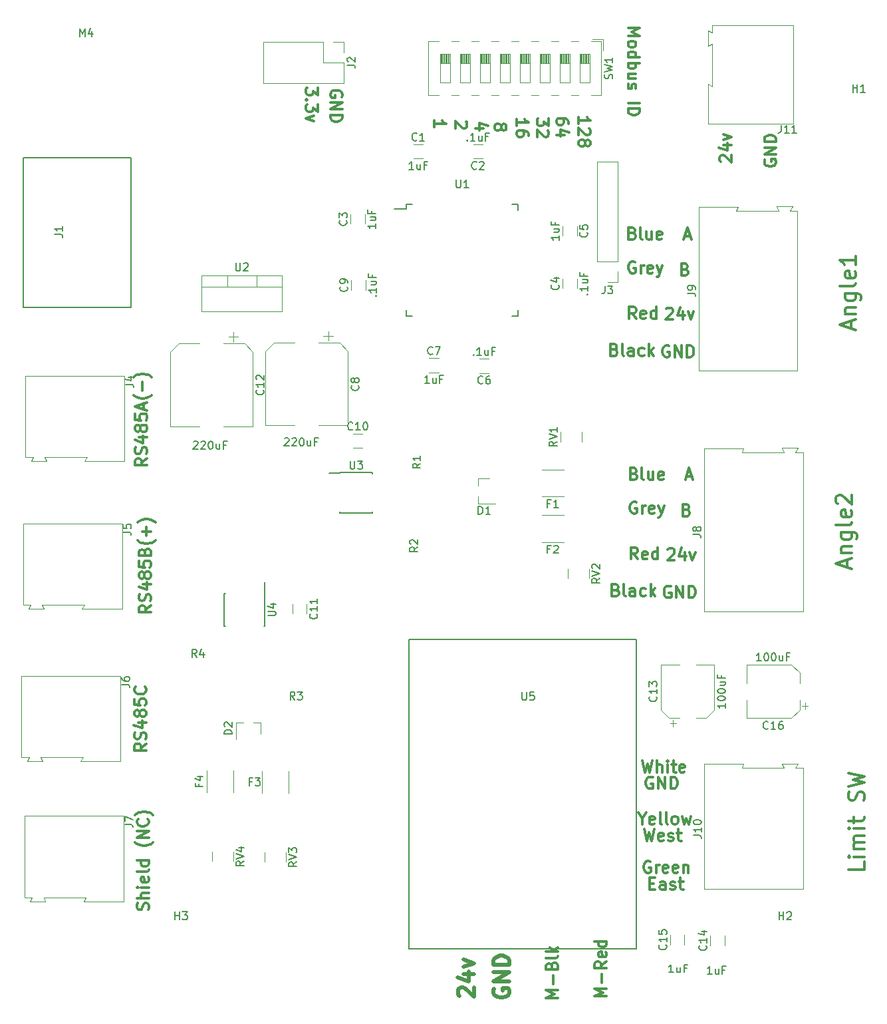
<source format=gto>
G04 #@! TF.GenerationSoftware,KiCad,Pcbnew,5.1.5+dfsg1-2build2*
G04 #@! TF.CreationDate,2020-05-20T12:57:59-04:00*
G04 #@! TF.ProjectId,BackPanel,4261636b-5061-46e6-956c-2e6b69636164,rev?*
G04 #@! TF.SameCoordinates,Original*
G04 #@! TF.FileFunction,Legend,Top*
G04 #@! TF.FilePolarity,Positive*
%FSLAX46Y46*%
G04 Gerber Fmt 4.6, Leading zero omitted, Abs format (unit mm)*
G04 Created by KiCad (PCBNEW 5.1.5+dfsg1-2build2) date 2020-05-20 12:57:59*
%MOMM*%
%LPD*%
G04 APERTURE LIST*
%ADD10C,0.300000*%
%ADD11C,0.500000*%
%ADD12C,0.150000*%
%ADD13C,0.120000*%
G04 APERTURE END LIST*
D10*
X183850000Y-45142857D02*
X183778571Y-45285714D01*
X183778571Y-45500000D01*
X183850000Y-45714285D01*
X183992857Y-45857142D01*
X184135714Y-45928571D01*
X184421428Y-46000000D01*
X184635714Y-46000000D01*
X184921428Y-45928571D01*
X185064285Y-45857142D01*
X185207142Y-45714285D01*
X185278571Y-45500000D01*
X185278571Y-45357142D01*
X185207142Y-45142857D01*
X185135714Y-45071428D01*
X184635714Y-45071428D01*
X184635714Y-45357142D01*
X185278571Y-44428571D02*
X183778571Y-44428571D01*
X185278571Y-43571428D01*
X183778571Y-43571428D01*
X185278571Y-42857142D02*
X183778571Y-42857142D01*
X183778571Y-42500000D01*
X183850000Y-42285714D01*
X183992857Y-42142857D01*
X184135714Y-42071428D01*
X184421428Y-42000000D01*
X184635714Y-42000000D01*
X184921428Y-42071428D01*
X185064285Y-42142857D01*
X185207142Y-42285714D01*
X185278571Y-42500000D01*
X185278571Y-42857142D01*
X178221428Y-45414285D02*
X178150000Y-45342857D01*
X178078571Y-45200000D01*
X178078571Y-44842857D01*
X178150000Y-44700000D01*
X178221428Y-44628571D01*
X178364285Y-44557142D01*
X178507142Y-44557142D01*
X178721428Y-44628571D01*
X179578571Y-45485714D01*
X179578571Y-44557142D01*
X178578571Y-43271428D02*
X179578571Y-43271428D01*
X178007142Y-43628571D02*
X179078571Y-43985714D01*
X179078571Y-43057142D01*
X178578571Y-42628571D02*
X179578571Y-42271428D01*
X178578571Y-41914285D01*
X160121428Y-40600000D02*
X160121428Y-39742857D01*
X160121428Y-40171428D02*
X161621428Y-40171428D01*
X161407142Y-40028571D01*
X161264285Y-39885714D01*
X161192857Y-39742857D01*
X161478571Y-41171428D02*
X161550000Y-41242857D01*
X161621428Y-41385714D01*
X161621428Y-41742857D01*
X161550000Y-41885714D01*
X161478571Y-41957142D01*
X161335714Y-42028571D01*
X161192857Y-42028571D01*
X160978571Y-41957142D01*
X160121428Y-41100000D01*
X160121428Y-42028571D01*
X160978571Y-42885714D02*
X161050000Y-42742857D01*
X161121428Y-42671428D01*
X161264285Y-42600000D01*
X161335714Y-42600000D01*
X161478571Y-42671428D01*
X161550000Y-42742857D01*
X161621428Y-42885714D01*
X161621428Y-43171428D01*
X161550000Y-43314285D01*
X161478571Y-43385714D01*
X161335714Y-43457142D01*
X161264285Y-43457142D01*
X161121428Y-43385714D01*
X161050000Y-43314285D01*
X160978571Y-43171428D01*
X160978571Y-42885714D01*
X160907142Y-42742857D01*
X160835714Y-42671428D01*
X160692857Y-42600000D01*
X160407142Y-42600000D01*
X160264285Y-42671428D01*
X160192857Y-42742857D01*
X160121428Y-42885714D01*
X160121428Y-43171428D01*
X160192857Y-43314285D01*
X160264285Y-43385714D01*
X160407142Y-43457142D01*
X160692857Y-43457142D01*
X160835714Y-43385714D01*
X160907142Y-43314285D01*
X160978571Y-43171428D01*
X171657142Y-68850000D02*
X171514285Y-68778571D01*
X171300000Y-68778571D01*
X171085714Y-68850000D01*
X170942857Y-68992857D01*
X170871428Y-69135714D01*
X170800000Y-69421428D01*
X170800000Y-69635714D01*
X170871428Y-69921428D01*
X170942857Y-70064285D01*
X171085714Y-70207142D01*
X171300000Y-70278571D01*
X171442857Y-70278571D01*
X171657142Y-70207142D01*
X171728571Y-70135714D01*
X171728571Y-69635714D01*
X171442857Y-69635714D01*
X172371428Y-70278571D02*
X172371428Y-68778571D01*
X173228571Y-70278571D01*
X173228571Y-68778571D01*
X173942857Y-70278571D02*
X173942857Y-68778571D01*
X174300000Y-68778571D01*
X174514285Y-68850000D01*
X174657142Y-68992857D01*
X174728571Y-69135714D01*
X174800000Y-69421428D01*
X174800000Y-69635714D01*
X174728571Y-69921428D01*
X174657142Y-70064285D01*
X174514285Y-70207142D01*
X174300000Y-70278571D01*
X173942857Y-70278571D01*
X167314285Y-58150000D02*
X167171428Y-58078571D01*
X166957142Y-58078571D01*
X166742857Y-58150000D01*
X166600000Y-58292857D01*
X166528571Y-58435714D01*
X166457142Y-58721428D01*
X166457142Y-58935714D01*
X166528571Y-59221428D01*
X166600000Y-59364285D01*
X166742857Y-59507142D01*
X166957142Y-59578571D01*
X167100000Y-59578571D01*
X167314285Y-59507142D01*
X167385714Y-59435714D01*
X167385714Y-58935714D01*
X167100000Y-58935714D01*
X168028571Y-59578571D02*
X168028571Y-58578571D01*
X168028571Y-58864285D02*
X168100000Y-58721428D01*
X168171428Y-58650000D01*
X168314285Y-58578571D01*
X168457142Y-58578571D01*
X169528571Y-59507142D02*
X169385714Y-59578571D01*
X169100000Y-59578571D01*
X168957142Y-59507142D01*
X168885714Y-59364285D01*
X168885714Y-58792857D01*
X168957142Y-58650000D01*
X169100000Y-58578571D01*
X169385714Y-58578571D01*
X169528571Y-58650000D01*
X169600000Y-58792857D01*
X169600000Y-58935714D01*
X168885714Y-59078571D01*
X170100000Y-58578571D02*
X170457142Y-59578571D01*
X170814285Y-58578571D02*
X170457142Y-59578571D01*
X170314285Y-59935714D01*
X170242857Y-60007142D01*
X170100000Y-60078571D01*
X105678571Y-101871428D02*
X104964285Y-102371428D01*
X105678571Y-102728571D02*
X104178571Y-102728571D01*
X104178571Y-102157142D01*
X104250000Y-102014285D01*
X104321428Y-101942857D01*
X104464285Y-101871428D01*
X104678571Y-101871428D01*
X104821428Y-101942857D01*
X104892857Y-102014285D01*
X104964285Y-102157142D01*
X104964285Y-102728571D01*
X105607142Y-101300000D02*
X105678571Y-101085714D01*
X105678571Y-100728571D01*
X105607142Y-100585714D01*
X105535714Y-100514285D01*
X105392857Y-100442857D01*
X105250000Y-100442857D01*
X105107142Y-100514285D01*
X105035714Y-100585714D01*
X104964285Y-100728571D01*
X104892857Y-101014285D01*
X104821428Y-101157142D01*
X104750000Y-101228571D01*
X104607142Y-101300000D01*
X104464285Y-101300000D01*
X104321428Y-101228571D01*
X104250000Y-101157142D01*
X104178571Y-101014285D01*
X104178571Y-100657142D01*
X104250000Y-100442857D01*
X104678571Y-99157142D02*
X105678571Y-99157142D01*
X104107142Y-99514285D02*
X105178571Y-99871428D01*
X105178571Y-98942857D01*
X104821428Y-98157142D02*
X104750000Y-98300000D01*
X104678571Y-98371428D01*
X104535714Y-98442857D01*
X104464285Y-98442857D01*
X104321428Y-98371428D01*
X104250000Y-98300000D01*
X104178571Y-98157142D01*
X104178571Y-97871428D01*
X104250000Y-97728571D01*
X104321428Y-97657142D01*
X104464285Y-97585714D01*
X104535714Y-97585714D01*
X104678571Y-97657142D01*
X104750000Y-97728571D01*
X104821428Y-97871428D01*
X104821428Y-98157142D01*
X104892857Y-98300000D01*
X104964285Y-98371428D01*
X105107142Y-98442857D01*
X105392857Y-98442857D01*
X105535714Y-98371428D01*
X105607142Y-98300000D01*
X105678571Y-98157142D01*
X105678571Y-97871428D01*
X105607142Y-97728571D01*
X105535714Y-97657142D01*
X105392857Y-97585714D01*
X105107142Y-97585714D01*
X104964285Y-97657142D01*
X104892857Y-97728571D01*
X104821428Y-97871428D01*
X104178571Y-96228571D02*
X104178571Y-96942857D01*
X104892857Y-97014285D01*
X104821428Y-96942857D01*
X104750000Y-96800000D01*
X104750000Y-96442857D01*
X104821428Y-96300000D01*
X104892857Y-96228571D01*
X105035714Y-96157142D01*
X105392857Y-96157142D01*
X105535714Y-96228571D01*
X105607142Y-96300000D01*
X105678571Y-96442857D01*
X105678571Y-96800000D01*
X105607142Y-96942857D01*
X105535714Y-97014285D01*
X104892857Y-95014285D02*
X104964285Y-94800000D01*
X105035714Y-94728571D01*
X105178571Y-94657142D01*
X105392857Y-94657142D01*
X105535714Y-94728571D01*
X105607142Y-94800000D01*
X105678571Y-94942857D01*
X105678571Y-95514285D01*
X104178571Y-95514285D01*
X104178571Y-95014285D01*
X104250000Y-94871428D01*
X104321428Y-94800000D01*
X104464285Y-94728571D01*
X104607142Y-94728571D01*
X104750000Y-94800000D01*
X104821428Y-94871428D01*
X104892857Y-95014285D01*
X104892857Y-95514285D01*
X106250000Y-93585714D02*
X106178571Y-93657142D01*
X105964285Y-93800000D01*
X105821428Y-93871428D01*
X105607142Y-93942857D01*
X105250000Y-94014285D01*
X104964285Y-94014285D01*
X104607142Y-93942857D01*
X104392857Y-93871428D01*
X104250000Y-93800000D01*
X104035714Y-93657142D01*
X103964285Y-93585714D01*
X105107142Y-93014285D02*
X105107142Y-91871428D01*
X105678571Y-92442857D02*
X104535714Y-92442857D01*
X106250000Y-91300000D02*
X106178571Y-91228571D01*
X105964285Y-91085714D01*
X105821428Y-91014285D01*
X105607142Y-90942857D01*
X105250000Y-90871428D01*
X104964285Y-90871428D01*
X104607142Y-90942857D01*
X104392857Y-91014285D01*
X104250000Y-91085714D01*
X104035714Y-91228571D01*
X103964285Y-91300000D01*
X164885714Y-99892857D02*
X165100000Y-99964285D01*
X165171428Y-100035714D01*
X165242857Y-100178571D01*
X165242857Y-100392857D01*
X165171428Y-100535714D01*
X165100000Y-100607142D01*
X164957142Y-100678571D01*
X164385714Y-100678571D01*
X164385714Y-99178571D01*
X164885714Y-99178571D01*
X165028571Y-99250000D01*
X165100000Y-99321428D01*
X165171428Y-99464285D01*
X165171428Y-99607142D01*
X165100000Y-99750000D01*
X165028571Y-99821428D01*
X164885714Y-99892857D01*
X164385714Y-99892857D01*
X166100000Y-100678571D02*
X165957142Y-100607142D01*
X165885714Y-100464285D01*
X165885714Y-99178571D01*
X167314285Y-100678571D02*
X167314285Y-99892857D01*
X167242857Y-99750000D01*
X167100000Y-99678571D01*
X166814285Y-99678571D01*
X166671428Y-99750000D01*
X167314285Y-100607142D02*
X167171428Y-100678571D01*
X166814285Y-100678571D01*
X166671428Y-100607142D01*
X166600000Y-100464285D01*
X166600000Y-100321428D01*
X166671428Y-100178571D01*
X166814285Y-100107142D01*
X167171428Y-100107142D01*
X167314285Y-100035714D01*
X168671428Y-100607142D02*
X168528571Y-100678571D01*
X168242857Y-100678571D01*
X168100000Y-100607142D01*
X168028571Y-100535714D01*
X167957142Y-100392857D01*
X167957142Y-99964285D01*
X168028571Y-99821428D01*
X168100000Y-99750000D01*
X168242857Y-99678571D01*
X168528571Y-99678571D01*
X168671428Y-99750000D01*
X169314285Y-100678571D02*
X169314285Y-99178571D01*
X169457142Y-100107142D02*
X169885714Y-100678571D01*
X169885714Y-99678571D02*
X169314285Y-100250000D01*
X166992857Y-54492857D02*
X167207142Y-54564285D01*
X167278571Y-54635714D01*
X167350000Y-54778571D01*
X167350000Y-54992857D01*
X167278571Y-55135714D01*
X167207142Y-55207142D01*
X167064285Y-55278571D01*
X166492857Y-55278571D01*
X166492857Y-53778571D01*
X166992857Y-53778571D01*
X167135714Y-53850000D01*
X167207142Y-53921428D01*
X167278571Y-54064285D01*
X167278571Y-54207142D01*
X167207142Y-54350000D01*
X167135714Y-54421428D01*
X166992857Y-54492857D01*
X166492857Y-54492857D01*
X168207142Y-55278571D02*
X168064285Y-55207142D01*
X167992857Y-55064285D01*
X167992857Y-53778571D01*
X169421428Y-54278571D02*
X169421428Y-55278571D01*
X168778571Y-54278571D02*
X168778571Y-55064285D01*
X168850000Y-55207142D01*
X168992857Y-55278571D01*
X169207142Y-55278571D01*
X169350000Y-55207142D01*
X169421428Y-55135714D01*
X170707142Y-55207142D02*
X170564285Y-55278571D01*
X170278571Y-55278571D01*
X170135714Y-55207142D01*
X170064285Y-55064285D01*
X170064285Y-54492857D01*
X170135714Y-54350000D01*
X170278571Y-54278571D01*
X170564285Y-54278571D01*
X170707142Y-54350000D01*
X170778571Y-54492857D01*
X170778571Y-54635714D01*
X170064285Y-54778571D01*
X163678571Y-151600000D02*
X162178571Y-151600000D01*
X163250000Y-151100000D01*
X162178571Y-150600000D01*
X163678571Y-150600000D01*
X163107142Y-149885714D02*
X163107142Y-148742857D01*
X163678571Y-147171428D02*
X162964285Y-147671428D01*
X163678571Y-148028571D02*
X162178571Y-148028571D01*
X162178571Y-147457142D01*
X162250000Y-147314285D01*
X162321428Y-147242857D01*
X162464285Y-147171428D01*
X162678571Y-147171428D01*
X162821428Y-147242857D01*
X162892857Y-147314285D01*
X162964285Y-147457142D01*
X162964285Y-148028571D01*
X163607142Y-145957142D02*
X163678571Y-146100000D01*
X163678571Y-146385714D01*
X163607142Y-146528571D01*
X163464285Y-146600000D01*
X162892857Y-146600000D01*
X162750000Y-146528571D01*
X162678571Y-146385714D01*
X162678571Y-146100000D01*
X162750000Y-145957142D01*
X162892857Y-145885714D01*
X163035714Y-145885714D01*
X163178571Y-146600000D01*
X163678571Y-144600000D02*
X162178571Y-144600000D01*
X163607142Y-144600000D02*
X163678571Y-144742857D01*
X163678571Y-145028571D01*
X163607142Y-145171428D01*
X163535714Y-145242857D01*
X163392857Y-145314285D01*
X162964285Y-145314285D01*
X162821428Y-145242857D01*
X162750000Y-145171428D01*
X162678571Y-145028571D01*
X162678571Y-144742857D01*
X162750000Y-144600000D01*
X196504761Y-134495238D02*
X196504761Y-135447619D01*
X194504761Y-135447619D01*
X196504761Y-133828571D02*
X195171428Y-133828571D01*
X194504761Y-133828571D02*
X194600000Y-133923809D01*
X194695238Y-133828571D01*
X194600000Y-133733333D01*
X194504761Y-133828571D01*
X194695238Y-133828571D01*
X196504761Y-132876190D02*
X195171428Y-132876190D01*
X195361904Y-132876190D02*
X195266666Y-132780952D01*
X195171428Y-132590476D01*
X195171428Y-132304761D01*
X195266666Y-132114285D01*
X195457142Y-132019047D01*
X196504761Y-132019047D01*
X195457142Y-132019047D02*
X195266666Y-131923809D01*
X195171428Y-131733333D01*
X195171428Y-131447619D01*
X195266666Y-131257142D01*
X195457142Y-131161904D01*
X196504761Y-131161904D01*
X196504761Y-130209523D02*
X195171428Y-130209523D01*
X194504761Y-130209523D02*
X194600000Y-130304761D01*
X194695238Y-130209523D01*
X194600000Y-130114285D01*
X194504761Y-130209523D01*
X194695238Y-130209523D01*
X195171428Y-129542857D02*
X195171428Y-128780952D01*
X194504761Y-129257142D02*
X196219047Y-129257142D01*
X196409523Y-129161904D01*
X196504761Y-128971428D01*
X196504761Y-128780952D01*
X196409523Y-126685714D02*
X196504761Y-126400000D01*
X196504761Y-125923809D01*
X196409523Y-125733333D01*
X196314285Y-125638095D01*
X196123809Y-125542857D01*
X195933333Y-125542857D01*
X195742857Y-125638095D01*
X195647619Y-125733333D01*
X195552380Y-125923809D01*
X195457142Y-126304761D01*
X195361904Y-126495238D01*
X195266666Y-126590476D01*
X195076190Y-126685714D01*
X194885714Y-126685714D01*
X194695238Y-126590476D01*
X194600000Y-126495238D01*
X194504761Y-126304761D01*
X194504761Y-125828571D01*
X194600000Y-125542857D01*
X194504761Y-124876190D02*
X196504761Y-124400000D01*
X195076190Y-124019047D01*
X196504761Y-123638095D01*
X194504761Y-123161904D01*
X168478571Y-130303571D02*
X168835714Y-131803571D01*
X169121428Y-130732142D01*
X169407142Y-131803571D01*
X169764285Y-130303571D01*
X170907142Y-131732142D02*
X170764285Y-131803571D01*
X170478571Y-131803571D01*
X170335714Y-131732142D01*
X170264285Y-131589285D01*
X170264285Y-131017857D01*
X170335714Y-130875000D01*
X170478571Y-130803571D01*
X170764285Y-130803571D01*
X170907142Y-130875000D01*
X170978571Y-131017857D01*
X170978571Y-131160714D01*
X170264285Y-131303571D01*
X171550000Y-131732142D02*
X171692857Y-131803571D01*
X171978571Y-131803571D01*
X172121428Y-131732142D01*
X172192857Y-131589285D01*
X172192857Y-131517857D01*
X172121428Y-131375000D01*
X171978571Y-131303571D01*
X171764285Y-131303571D01*
X171621428Y-131232142D01*
X171550000Y-131089285D01*
X171550000Y-131017857D01*
X171621428Y-130875000D01*
X171764285Y-130803571D01*
X171978571Y-130803571D01*
X172121428Y-130875000D01*
X172621428Y-130803571D02*
X173192857Y-130803571D01*
X172835714Y-130303571D02*
X172835714Y-131589285D01*
X172907142Y-131732142D01*
X173050000Y-131803571D01*
X173192857Y-131803571D01*
X171285714Y-64121428D02*
X171357142Y-64050000D01*
X171500000Y-63978571D01*
X171857142Y-63978571D01*
X172000000Y-64050000D01*
X172071428Y-64121428D01*
X172142857Y-64264285D01*
X172142857Y-64407142D01*
X172071428Y-64621428D01*
X171214285Y-65478571D01*
X172142857Y-65478571D01*
X173428571Y-64478571D02*
X173428571Y-65478571D01*
X173071428Y-63907142D02*
X172714285Y-64978571D01*
X173642857Y-64978571D01*
X174071428Y-64478571D02*
X174428571Y-65478571D01*
X174785714Y-64478571D01*
X167442857Y-65378571D02*
X166942857Y-64664285D01*
X166585714Y-65378571D02*
X166585714Y-63878571D01*
X167157142Y-63878571D01*
X167300000Y-63950000D01*
X167371428Y-64021428D01*
X167442857Y-64164285D01*
X167442857Y-64378571D01*
X167371428Y-64521428D01*
X167300000Y-64592857D01*
X167157142Y-64664285D01*
X166585714Y-64664285D01*
X168657142Y-65307142D02*
X168514285Y-65378571D01*
X168228571Y-65378571D01*
X168085714Y-65307142D01*
X168014285Y-65164285D01*
X168014285Y-64592857D01*
X168085714Y-64450000D01*
X168228571Y-64378571D01*
X168514285Y-64378571D01*
X168657142Y-64450000D01*
X168728571Y-64592857D01*
X168728571Y-64735714D01*
X168014285Y-64878571D01*
X170014285Y-65378571D02*
X170014285Y-63878571D01*
X170014285Y-65307142D02*
X169871428Y-65378571D01*
X169585714Y-65378571D01*
X169442857Y-65307142D01*
X169371428Y-65235714D01*
X169300000Y-65092857D01*
X169300000Y-64664285D01*
X169371428Y-64521428D01*
X169442857Y-64450000D01*
X169585714Y-64378571D01*
X169871428Y-64378571D01*
X170014285Y-64450000D01*
X105078571Y-119442857D02*
X104364285Y-119942857D01*
X105078571Y-120300000D02*
X103578571Y-120300000D01*
X103578571Y-119728571D01*
X103650000Y-119585714D01*
X103721428Y-119514285D01*
X103864285Y-119442857D01*
X104078571Y-119442857D01*
X104221428Y-119514285D01*
X104292857Y-119585714D01*
X104364285Y-119728571D01*
X104364285Y-120300000D01*
X105007142Y-118871428D02*
X105078571Y-118657142D01*
X105078571Y-118300000D01*
X105007142Y-118157142D01*
X104935714Y-118085714D01*
X104792857Y-118014285D01*
X104650000Y-118014285D01*
X104507142Y-118085714D01*
X104435714Y-118157142D01*
X104364285Y-118300000D01*
X104292857Y-118585714D01*
X104221428Y-118728571D01*
X104150000Y-118800000D01*
X104007142Y-118871428D01*
X103864285Y-118871428D01*
X103721428Y-118800000D01*
X103650000Y-118728571D01*
X103578571Y-118585714D01*
X103578571Y-118228571D01*
X103650000Y-118014285D01*
X104078571Y-116728571D02*
X105078571Y-116728571D01*
X103507142Y-117085714D02*
X104578571Y-117442857D01*
X104578571Y-116514285D01*
X104221428Y-115728571D02*
X104150000Y-115871428D01*
X104078571Y-115942857D01*
X103935714Y-116014285D01*
X103864285Y-116014285D01*
X103721428Y-115942857D01*
X103650000Y-115871428D01*
X103578571Y-115728571D01*
X103578571Y-115442857D01*
X103650000Y-115300000D01*
X103721428Y-115228571D01*
X103864285Y-115157142D01*
X103935714Y-115157142D01*
X104078571Y-115228571D01*
X104150000Y-115300000D01*
X104221428Y-115442857D01*
X104221428Y-115728571D01*
X104292857Y-115871428D01*
X104364285Y-115942857D01*
X104507142Y-116014285D01*
X104792857Y-116014285D01*
X104935714Y-115942857D01*
X105007142Y-115871428D01*
X105078571Y-115728571D01*
X105078571Y-115442857D01*
X105007142Y-115300000D01*
X104935714Y-115228571D01*
X104792857Y-115157142D01*
X104507142Y-115157142D01*
X104364285Y-115228571D01*
X104292857Y-115300000D01*
X104221428Y-115442857D01*
X103578571Y-113800000D02*
X103578571Y-114514285D01*
X104292857Y-114585714D01*
X104221428Y-114514285D01*
X104150000Y-114371428D01*
X104150000Y-114014285D01*
X104221428Y-113871428D01*
X104292857Y-113800000D01*
X104435714Y-113728571D01*
X104792857Y-113728571D01*
X104935714Y-113800000D01*
X105007142Y-113871428D01*
X105078571Y-114014285D01*
X105078571Y-114371428D01*
X105007142Y-114514285D01*
X104935714Y-114585714D01*
X104935714Y-112228571D02*
X105007142Y-112300000D01*
X105078571Y-112514285D01*
X105078571Y-112657142D01*
X105007142Y-112871428D01*
X104864285Y-113014285D01*
X104721428Y-113085714D01*
X104435714Y-113157142D01*
X104221428Y-113157142D01*
X103935714Y-113085714D01*
X103792857Y-113014285D01*
X103650000Y-112871428D01*
X103578571Y-112657142D01*
X103578571Y-112514285D01*
X103650000Y-112300000D01*
X103721428Y-112228571D01*
X157478571Y-151778571D02*
X155978571Y-151778571D01*
X157050000Y-151278571D01*
X155978571Y-150778571D01*
X157478571Y-150778571D01*
X156907142Y-150064285D02*
X156907142Y-148921428D01*
X156692857Y-147707142D02*
X156764285Y-147492857D01*
X156835714Y-147421428D01*
X156978571Y-147350000D01*
X157192857Y-147350000D01*
X157335714Y-147421428D01*
X157407142Y-147492857D01*
X157478571Y-147635714D01*
X157478571Y-148207142D01*
X155978571Y-148207142D01*
X155978571Y-147707142D01*
X156050000Y-147564285D01*
X156121428Y-147492857D01*
X156264285Y-147421428D01*
X156407142Y-147421428D01*
X156550000Y-147492857D01*
X156621428Y-147564285D01*
X156692857Y-147707142D01*
X156692857Y-148207142D01*
X157478571Y-146492857D02*
X157407142Y-146635714D01*
X157264285Y-146707142D01*
X155978571Y-146707142D01*
X157478571Y-145921428D02*
X155978571Y-145921428D01*
X156907142Y-145778571D02*
X157478571Y-145350000D01*
X156478571Y-145350000D02*
X157050000Y-145921428D01*
D11*
X149400000Y-150623809D02*
X149304761Y-150814285D01*
X149304761Y-151100000D01*
X149400000Y-151385714D01*
X149590476Y-151576190D01*
X149780952Y-151671428D01*
X150161904Y-151766666D01*
X150447619Y-151766666D01*
X150828571Y-151671428D01*
X151019047Y-151576190D01*
X151209523Y-151385714D01*
X151304761Y-151100000D01*
X151304761Y-150909523D01*
X151209523Y-150623809D01*
X151114285Y-150528571D01*
X150447619Y-150528571D01*
X150447619Y-150909523D01*
X151304761Y-149671428D02*
X149304761Y-149671428D01*
X151304761Y-148528571D01*
X149304761Y-148528571D01*
X151304761Y-147576190D02*
X149304761Y-147576190D01*
X149304761Y-147100000D01*
X149400000Y-146814285D01*
X149590476Y-146623809D01*
X149780952Y-146528571D01*
X150161904Y-146433333D01*
X150447619Y-146433333D01*
X150828571Y-146528571D01*
X151019047Y-146623809D01*
X151209523Y-146814285D01*
X151304761Y-147100000D01*
X151304761Y-147576190D01*
D10*
X194833333Y-66619047D02*
X194833333Y-65666666D01*
X195404761Y-66809523D02*
X193404761Y-66142857D01*
X195404761Y-65476190D01*
X194071428Y-64809523D02*
X195404761Y-64809523D01*
X194261904Y-64809523D02*
X194166666Y-64714285D01*
X194071428Y-64523809D01*
X194071428Y-64238095D01*
X194166666Y-64047619D01*
X194357142Y-63952380D01*
X195404761Y-63952380D01*
X194071428Y-62142857D02*
X195690476Y-62142857D01*
X195880952Y-62238095D01*
X195976190Y-62333333D01*
X196071428Y-62523809D01*
X196071428Y-62809523D01*
X195976190Y-63000000D01*
X195309523Y-62142857D02*
X195404761Y-62333333D01*
X195404761Y-62714285D01*
X195309523Y-62904761D01*
X195214285Y-63000000D01*
X195023809Y-63095238D01*
X194452380Y-63095238D01*
X194261904Y-63000000D01*
X194166666Y-62904761D01*
X194071428Y-62714285D01*
X194071428Y-62333333D01*
X194166666Y-62142857D01*
X195404761Y-60904761D02*
X195309523Y-61095238D01*
X195119047Y-61190476D01*
X193404761Y-61190476D01*
X195309523Y-59380952D02*
X195404761Y-59571428D01*
X195404761Y-59952380D01*
X195309523Y-60142857D01*
X195119047Y-60238095D01*
X194357142Y-60238095D01*
X194166666Y-60142857D01*
X194071428Y-59952380D01*
X194071428Y-59571428D01*
X194166666Y-59380952D01*
X194357142Y-59285714D01*
X194547619Y-59285714D01*
X194738095Y-60238095D01*
X195404761Y-57380952D02*
X195404761Y-58523809D01*
X195404761Y-57952380D02*
X193404761Y-57952380D01*
X193690476Y-58142857D01*
X193880952Y-58333333D01*
X193976190Y-58523809D01*
X173842857Y-85450000D02*
X174557142Y-85450000D01*
X173700000Y-85878571D02*
X174200000Y-84378571D01*
X174700000Y-85878571D01*
X173707142Y-59092857D02*
X173921428Y-59164285D01*
X173992857Y-59235714D01*
X174064285Y-59378571D01*
X174064285Y-59592857D01*
X173992857Y-59735714D01*
X173921428Y-59807142D01*
X173778571Y-59878571D01*
X173207142Y-59878571D01*
X173207142Y-58378571D01*
X173707142Y-58378571D01*
X173850000Y-58450000D01*
X173921428Y-58521428D01*
X173992857Y-58664285D01*
X173992857Y-58807142D01*
X173921428Y-58950000D01*
X173850000Y-59021428D01*
X173707142Y-59092857D01*
X173207142Y-59092857D01*
X141721428Y-41028571D02*
X141721428Y-40171428D01*
X141721428Y-40600000D02*
X143221428Y-40600000D01*
X143007142Y-40457142D01*
X142864285Y-40314285D01*
X142792857Y-40171428D01*
X173642857Y-54850000D02*
X174357142Y-54850000D01*
X173500000Y-55278571D02*
X174000000Y-53778571D01*
X174500000Y-55278571D01*
X169557142Y-123750000D02*
X169414285Y-123678571D01*
X169200000Y-123678571D01*
X168985714Y-123750000D01*
X168842857Y-123892857D01*
X168771428Y-124035714D01*
X168700000Y-124321428D01*
X168700000Y-124535714D01*
X168771428Y-124821428D01*
X168842857Y-124964285D01*
X168985714Y-125107142D01*
X169200000Y-125178571D01*
X169342857Y-125178571D01*
X169557142Y-125107142D01*
X169628571Y-125035714D01*
X169628571Y-124535714D01*
X169342857Y-124535714D01*
X170271428Y-125178571D02*
X170271428Y-123678571D01*
X171128571Y-125178571D01*
X171128571Y-123678571D01*
X171842857Y-125178571D02*
X171842857Y-123678571D01*
X172200000Y-123678571D01*
X172414285Y-123750000D01*
X172557142Y-123892857D01*
X172628571Y-124035714D01*
X172700000Y-124321428D01*
X172700000Y-124535714D01*
X172628571Y-124821428D01*
X172557142Y-124964285D01*
X172414285Y-125107142D01*
X172200000Y-125178571D01*
X171842857Y-125178571D01*
X194333333Y-97019047D02*
X194333333Y-96066666D01*
X194904761Y-97209523D02*
X192904761Y-96542857D01*
X194904761Y-95876190D01*
X193571428Y-95209523D02*
X194904761Y-95209523D01*
X193761904Y-95209523D02*
X193666666Y-95114285D01*
X193571428Y-94923809D01*
X193571428Y-94638095D01*
X193666666Y-94447619D01*
X193857142Y-94352380D01*
X194904761Y-94352380D01*
X193571428Y-92542857D02*
X195190476Y-92542857D01*
X195380952Y-92638095D01*
X195476190Y-92733333D01*
X195571428Y-92923809D01*
X195571428Y-93209523D01*
X195476190Y-93400000D01*
X194809523Y-92542857D02*
X194904761Y-92733333D01*
X194904761Y-93114285D01*
X194809523Y-93304761D01*
X194714285Y-93400000D01*
X194523809Y-93495238D01*
X193952380Y-93495238D01*
X193761904Y-93400000D01*
X193666666Y-93304761D01*
X193571428Y-93114285D01*
X193571428Y-92733333D01*
X193666666Y-92542857D01*
X194904761Y-91304761D02*
X194809523Y-91495238D01*
X194619047Y-91590476D01*
X192904761Y-91590476D01*
X194809523Y-89780952D02*
X194904761Y-89971428D01*
X194904761Y-90352380D01*
X194809523Y-90542857D01*
X194619047Y-90638095D01*
X193857142Y-90638095D01*
X193666666Y-90542857D01*
X193571428Y-90352380D01*
X193571428Y-89971428D01*
X193666666Y-89780952D01*
X193857142Y-89685714D01*
X194047619Y-89685714D01*
X194238095Y-90638095D01*
X193095238Y-88923809D02*
X193000000Y-88828571D01*
X192904761Y-88638095D01*
X192904761Y-88161904D01*
X193000000Y-87971428D01*
X193095238Y-87876190D01*
X193285714Y-87780952D01*
X193476190Y-87780952D01*
X193761904Y-87876190D01*
X194904761Y-89019047D01*
X194904761Y-87780952D01*
D11*
X144995238Y-151585714D02*
X144900000Y-151490476D01*
X144804761Y-151300000D01*
X144804761Y-150823809D01*
X144900000Y-150633333D01*
X144995238Y-150538095D01*
X145185714Y-150442857D01*
X145376190Y-150442857D01*
X145661904Y-150538095D01*
X146804761Y-151680952D01*
X146804761Y-150442857D01*
X145471428Y-148728571D02*
X146804761Y-148728571D01*
X144709523Y-149204761D02*
X146138095Y-149680952D01*
X146138095Y-148442857D01*
X145471428Y-147871428D02*
X146804761Y-147395238D01*
X145471428Y-146919047D01*
D10*
X169264285Y-134450000D02*
X169121428Y-134378571D01*
X168907142Y-134378571D01*
X168692857Y-134450000D01*
X168550000Y-134592857D01*
X168478571Y-134735714D01*
X168407142Y-135021428D01*
X168407142Y-135235714D01*
X168478571Y-135521428D01*
X168550000Y-135664285D01*
X168692857Y-135807142D01*
X168907142Y-135878571D01*
X169050000Y-135878571D01*
X169264285Y-135807142D01*
X169335714Y-135735714D01*
X169335714Y-135235714D01*
X169050000Y-135235714D01*
X169978571Y-135878571D02*
X169978571Y-134878571D01*
X169978571Y-135164285D02*
X170050000Y-135021428D01*
X170121428Y-134950000D01*
X170264285Y-134878571D01*
X170407142Y-134878571D01*
X171478571Y-135807142D02*
X171335714Y-135878571D01*
X171050000Y-135878571D01*
X170907142Y-135807142D01*
X170835714Y-135664285D01*
X170835714Y-135092857D01*
X170907142Y-134950000D01*
X171050000Y-134878571D01*
X171335714Y-134878571D01*
X171478571Y-134950000D01*
X171550000Y-135092857D01*
X171550000Y-135235714D01*
X170835714Y-135378571D01*
X172764285Y-135807142D02*
X172621428Y-135878571D01*
X172335714Y-135878571D01*
X172192857Y-135807142D01*
X172121428Y-135664285D01*
X172121428Y-135092857D01*
X172192857Y-134950000D01*
X172335714Y-134878571D01*
X172621428Y-134878571D01*
X172764285Y-134950000D01*
X172835714Y-135092857D01*
X172835714Y-135235714D01*
X172121428Y-135378571D01*
X173478571Y-134878571D02*
X173478571Y-135878571D01*
X173478571Y-135021428D02*
X173550000Y-134950000D01*
X173692857Y-134878571D01*
X173907142Y-134878571D01*
X174050000Y-134950000D01*
X174121428Y-135092857D01*
X174121428Y-135878571D01*
X126921428Y-35957142D02*
X126921428Y-36885714D01*
X126350000Y-36385714D01*
X126350000Y-36600000D01*
X126278571Y-36742857D01*
X126207142Y-36814285D01*
X126064285Y-36885714D01*
X125707142Y-36885714D01*
X125564285Y-36814285D01*
X125492857Y-36742857D01*
X125421428Y-36600000D01*
X125421428Y-36171428D01*
X125492857Y-36028571D01*
X125564285Y-35957142D01*
X125564285Y-37528571D02*
X125492857Y-37600000D01*
X125421428Y-37528571D01*
X125492857Y-37457142D01*
X125564285Y-37528571D01*
X125421428Y-37528571D01*
X126921428Y-38100000D02*
X126921428Y-39028571D01*
X126350000Y-38528571D01*
X126350000Y-38742857D01*
X126278571Y-38885714D01*
X126207142Y-38957142D01*
X126064285Y-39028571D01*
X125707142Y-39028571D01*
X125564285Y-38957142D01*
X125492857Y-38885714D01*
X125421428Y-38742857D01*
X125421428Y-38314285D01*
X125492857Y-38171428D01*
X125564285Y-38100000D01*
X126421428Y-39528571D02*
X125421428Y-39885714D01*
X126421428Y-40242857D01*
X168250000Y-121578571D02*
X168607142Y-123078571D01*
X168892857Y-122007142D01*
X169178571Y-123078571D01*
X169535714Y-121578571D01*
X170107142Y-123078571D02*
X170107142Y-121578571D01*
X170750000Y-123078571D02*
X170750000Y-122292857D01*
X170678571Y-122150000D01*
X170535714Y-122078571D01*
X170321428Y-122078571D01*
X170178571Y-122150000D01*
X170107142Y-122221428D01*
X171464285Y-123078571D02*
X171464285Y-122078571D01*
X171464285Y-121578571D02*
X171392857Y-121650000D01*
X171464285Y-121721428D01*
X171535714Y-121650000D01*
X171464285Y-121578571D01*
X171464285Y-121721428D01*
X171964285Y-122078571D02*
X172535714Y-122078571D01*
X172178571Y-121578571D02*
X172178571Y-122864285D01*
X172250000Y-123007142D01*
X172392857Y-123078571D01*
X172535714Y-123078571D01*
X173607142Y-123007142D02*
X173464285Y-123078571D01*
X173178571Y-123078571D01*
X173035714Y-123007142D01*
X172964285Y-122864285D01*
X172964285Y-122292857D01*
X173035714Y-122150000D01*
X173178571Y-122078571D01*
X173464285Y-122078571D01*
X173607142Y-122150000D01*
X173678571Y-122292857D01*
X173678571Y-122435714D01*
X172964285Y-122578571D01*
X167642857Y-95978571D02*
X167142857Y-95264285D01*
X166785714Y-95978571D02*
X166785714Y-94478571D01*
X167357142Y-94478571D01*
X167500000Y-94550000D01*
X167571428Y-94621428D01*
X167642857Y-94764285D01*
X167642857Y-94978571D01*
X167571428Y-95121428D01*
X167500000Y-95192857D01*
X167357142Y-95264285D01*
X166785714Y-95264285D01*
X168857142Y-95907142D02*
X168714285Y-95978571D01*
X168428571Y-95978571D01*
X168285714Y-95907142D01*
X168214285Y-95764285D01*
X168214285Y-95192857D01*
X168285714Y-95050000D01*
X168428571Y-94978571D01*
X168714285Y-94978571D01*
X168857142Y-95050000D01*
X168928571Y-95192857D01*
X168928571Y-95335714D01*
X168214285Y-95478571D01*
X170214285Y-95978571D02*
X170214285Y-94478571D01*
X170214285Y-95907142D02*
X170071428Y-95978571D01*
X169785714Y-95978571D01*
X169642857Y-95907142D01*
X169571428Y-95835714D01*
X169500000Y-95692857D01*
X169500000Y-95264285D01*
X169571428Y-95121428D01*
X169642857Y-95050000D01*
X169785714Y-94978571D01*
X170071428Y-94978571D01*
X170214285Y-95050000D01*
X105307142Y-140585714D02*
X105378571Y-140371428D01*
X105378571Y-140014285D01*
X105307142Y-139871428D01*
X105235714Y-139800000D01*
X105092857Y-139728571D01*
X104950000Y-139728571D01*
X104807142Y-139800000D01*
X104735714Y-139871428D01*
X104664285Y-140014285D01*
X104592857Y-140300000D01*
X104521428Y-140442857D01*
X104450000Y-140514285D01*
X104307142Y-140585714D01*
X104164285Y-140585714D01*
X104021428Y-140514285D01*
X103950000Y-140442857D01*
X103878571Y-140300000D01*
X103878571Y-139942857D01*
X103950000Y-139728571D01*
X105378571Y-139085714D02*
X103878571Y-139085714D01*
X105378571Y-138442857D02*
X104592857Y-138442857D01*
X104450000Y-138514285D01*
X104378571Y-138657142D01*
X104378571Y-138871428D01*
X104450000Y-139014285D01*
X104521428Y-139085714D01*
X105378571Y-137728571D02*
X104378571Y-137728571D01*
X103878571Y-137728571D02*
X103950000Y-137800000D01*
X104021428Y-137728571D01*
X103950000Y-137657142D01*
X103878571Y-137728571D01*
X104021428Y-137728571D01*
X105307142Y-136442857D02*
X105378571Y-136585714D01*
X105378571Y-136871428D01*
X105307142Y-137014285D01*
X105164285Y-137085714D01*
X104592857Y-137085714D01*
X104450000Y-137014285D01*
X104378571Y-136871428D01*
X104378571Y-136585714D01*
X104450000Y-136442857D01*
X104592857Y-136371428D01*
X104735714Y-136371428D01*
X104878571Y-137085714D01*
X105378571Y-135514285D02*
X105307142Y-135657142D01*
X105164285Y-135728571D01*
X103878571Y-135728571D01*
X105378571Y-134300000D02*
X103878571Y-134300000D01*
X105307142Y-134300000D02*
X105378571Y-134442857D01*
X105378571Y-134728571D01*
X105307142Y-134871428D01*
X105235714Y-134942857D01*
X105092857Y-135014285D01*
X104664285Y-135014285D01*
X104521428Y-134942857D01*
X104450000Y-134871428D01*
X104378571Y-134728571D01*
X104378571Y-134442857D01*
X104450000Y-134300000D01*
X105950000Y-132014285D02*
X105878571Y-132085714D01*
X105664285Y-132228571D01*
X105521428Y-132300000D01*
X105307142Y-132371428D01*
X104950000Y-132442857D01*
X104664285Y-132442857D01*
X104307142Y-132371428D01*
X104092857Y-132300000D01*
X103950000Y-132228571D01*
X103735714Y-132085714D01*
X103664285Y-132014285D01*
X105378571Y-131442857D02*
X103878571Y-131442857D01*
X105378571Y-130585714D01*
X103878571Y-130585714D01*
X105235714Y-129014285D02*
X105307142Y-129085714D01*
X105378571Y-129300000D01*
X105378571Y-129442857D01*
X105307142Y-129657142D01*
X105164285Y-129800000D01*
X105021428Y-129871428D01*
X104735714Y-129942857D01*
X104521428Y-129942857D01*
X104235714Y-129871428D01*
X104092857Y-129800000D01*
X103950000Y-129657142D01*
X103878571Y-129442857D01*
X103878571Y-129300000D01*
X103950000Y-129085714D01*
X104021428Y-129014285D01*
X105950000Y-128514285D02*
X105878571Y-128442857D01*
X105664285Y-128300000D01*
X105521428Y-128228571D01*
X105307142Y-128157142D01*
X104950000Y-128085714D01*
X104664285Y-128085714D01*
X104307142Y-128157142D01*
X104092857Y-128228571D01*
X103950000Y-128300000D01*
X103735714Y-128442857D01*
X103664285Y-128514285D01*
X105178571Y-83164285D02*
X104464285Y-83664285D01*
X105178571Y-84021428D02*
X103678571Y-84021428D01*
X103678571Y-83450000D01*
X103750000Y-83307142D01*
X103821428Y-83235714D01*
X103964285Y-83164285D01*
X104178571Y-83164285D01*
X104321428Y-83235714D01*
X104392857Y-83307142D01*
X104464285Y-83450000D01*
X104464285Y-84021428D01*
X105107142Y-82592857D02*
X105178571Y-82378571D01*
X105178571Y-82021428D01*
X105107142Y-81878571D01*
X105035714Y-81807142D01*
X104892857Y-81735714D01*
X104750000Y-81735714D01*
X104607142Y-81807142D01*
X104535714Y-81878571D01*
X104464285Y-82021428D01*
X104392857Y-82307142D01*
X104321428Y-82450000D01*
X104250000Y-82521428D01*
X104107142Y-82592857D01*
X103964285Y-82592857D01*
X103821428Y-82521428D01*
X103750000Y-82450000D01*
X103678571Y-82307142D01*
X103678571Y-81950000D01*
X103750000Y-81735714D01*
X104178571Y-80450000D02*
X105178571Y-80450000D01*
X103607142Y-80807142D02*
X104678571Y-81164285D01*
X104678571Y-80235714D01*
X104321428Y-79450000D02*
X104250000Y-79592857D01*
X104178571Y-79664285D01*
X104035714Y-79735714D01*
X103964285Y-79735714D01*
X103821428Y-79664285D01*
X103750000Y-79592857D01*
X103678571Y-79450000D01*
X103678571Y-79164285D01*
X103750000Y-79021428D01*
X103821428Y-78950000D01*
X103964285Y-78878571D01*
X104035714Y-78878571D01*
X104178571Y-78950000D01*
X104250000Y-79021428D01*
X104321428Y-79164285D01*
X104321428Y-79450000D01*
X104392857Y-79592857D01*
X104464285Y-79664285D01*
X104607142Y-79735714D01*
X104892857Y-79735714D01*
X105035714Y-79664285D01*
X105107142Y-79592857D01*
X105178571Y-79450000D01*
X105178571Y-79164285D01*
X105107142Y-79021428D01*
X105035714Y-78950000D01*
X104892857Y-78878571D01*
X104607142Y-78878571D01*
X104464285Y-78950000D01*
X104392857Y-79021428D01*
X104321428Y-79164285D01*
X103678571Y-77521428D02*
X103678571Y-78235714D01*
X104392857Y-78307142D01*
X104321428Y-78235714D01*
X104250000Y-78092857D01*
X104250000Y-77735714D01*
X104321428Y-77592857D01*
X104392857Y-77521428D01*
X104535714Y-77450000D01*
X104892857Y-77450000D01*
X105035714Y-77521428D01*
X105107142Y-77592857D01*
X105178571Y-77735714D01*
X105178571Y-78092857D01*
X105107142Y-78235714D01*
X105035714Y-78307142D01*
X104750000Y-76878571D02*
X104750000Y-76164285D01*
X105178571Y-77021428D02*
X103678571Y-76521428D01*
X105178571Y-76021428D01*
X105750000Y-75092857D02*
X105678571Y-75164285D01*
X105464285Y-75307142D01*
X105321428Y-75378571D01*
X105107142Y-75450000D01*
X104750000Y-75521428D01*
X104464285Y-75521428D01*
X104107142Y-75450000D01*
X103892857Y-75378571D01*
X103750000Y-75307142D01*
X103535714Y-75164285D01*
X103464285Y-75092857D01*
X104607142Y-74521428D02*
X104607142Y-73378571D01*
X105750000Y-72807142D02*
X105678571Y-72735714D01*
X105464285Y-72592857D01*
X105321428Y-72521428D01*
X105107142Y-72450000D01*
X104750000Y-72378571D01*
X104464285Y-72378571D01*
X104107142Y-72450000D01*
X103892857Y-72521428D01*
X103750000Y-72592857D01*
X103535714Y-72735714D01*
X103464285Y-72807142D01*
X164685714Y-69292857D02*
X164900000Y-69364285D01*
X164971428Y-69435714D01*
X165042857Y-69578571D01*
X165042857Y-69792857D01*
X164971428Y-69935714D01*
X164900000Y-70007142D01*
X164757142Y-70078571D01*
X164185714Y-70078571D01*
X164185714Y-68578571D01*
X164685714Y-68578571D01*
X164828571Y-68650000D01*
X164900000Y-68721428D01*
X164971428Y-68864285D01*
X164971428Y-69007142D01*
X164900000Y-69150000D01*
X164828571Y-69221428D01*
X164685714Y-69292857D01*
X164185714Y-69292857D01*
X165900000Y-70078571D02*
X165757142Y-70007142D01*
X165685714Y-69864285D01*
X165685714Y-68578571D01*
X167114285Y-70078571D02*
X167114285Y-69292857D01*
X167042857Y-69150000D01*
X166900000Y-69078571D01*
X166614285Y-69078571D01*
X166471428Y-69150000D01*
X167114285Y-70007142D02*
X166971428Y-70078571D01*
X166614285Y-70078571D01*
X166471428Y-70007142D01*
X166400000Y-69864285D01*
X166400000Y-69721428D01*
X166471428Y-69578571D01*
X166614285Y-69507142D01*
X166971428Y-69507142D01*
X167114285Y-69435714D01*
X168471428Y-70007142D02*
X168328571Y-70078571D01*
X168042857Y-70078571D01*
X167900000Y-70007142D01*
X167828571Y-69935714D01*
X167757142Y-69792857D01*
X167757142Y-69364285D01*
X167828571Y-69221428D01*
X167900000Y-69150000D01*
X168042857Y-69078571D01*
X168328571Y-69078571D01*
X168471428Y-69150000D01*
X169114285Y-70078571D02*
X169114285Y-68578571D01*
X169257142Y-69507142D02*
X169685714Y-70078571D01*
X169685714Y-69078571D02*
X169114285Y-69650000D01*
X167192857Y-85092857D02*
X167407142Y-85164285D01*
X167478571Y-85235714D01*
X167550000Y-85378571D01*
X167550000Y-85592857D01*
X167478571Y-85735714D01*
X167407142Y-85807142D01*
X167264285Y-85878571D01*
X166692857Y-85878571D01*
X166692857Y-84378571D01*
X167192857Y-84378571D01*
X167335714Y-84450000D01*
X167407142Y-84521428D01*
X167478571Y-84664285D01*
X167478571Y-84807142D01*
X167407142Y-84950000D01*
X167335714Y-85021428D01*
X167192857Y-85092857D01*
X166692857Y-85092857D01*
X168407142Y-85878571D02*
X168264285Y-85807142D01*
X168192857Y-85664285D01*
X168192857Y-84378571D01*
X169621428Y-84878571D02*
X169621428Y-85878571D01*
X168978571Y-84878571D02*
X168978571Y-85664285D01*
X169050000Y-85807142D01*
X169192857Y-85878571D01*
X169407142Y-85878571D01*
X169550000Y-85807142D01*
X169621428Y-85735714D01*
X170907142Y-85807142D02*
X170764285Y-85878571D01*
X170478571Y-85878571D01*
X170335714Y-85807142D01*
X170264285Y-85664285D01*
X170264285Y-85092857D01*
X170335714Y-84950000D01*
X170478571Y-84878571D01*
X170764285Y-84878571D01*
X170907142Y-84950000D01*
X170978571Y-85092857D01*
X170978571Y-85235714D01*
X170264285Y-85378571D01*
X145778571Y-40271428D02*
X145850000Y-40342857D01*
X145921428Y-40485714D01*
X145921428Y-40842857D01*
X145850000Y-40985714D01*
X145778571Y-41057142D01*
X145635714Y-41128571D01*
X145492857Y-41128571D01*
X145278571Y-41057142D01*
X144421428Y-40200000D01*
X144421428Y-41128571D01*
X167514285Y-88750000D02*
X167371428Y-88678571D01*
X167157142Y-88678571D01*
X166942857Y-88750000D01*
X166800000Y-88892857D01*
X166728571Y-89035714D01*
X166657142Y-89321428D01*
X166657142Y-89535714D01*
X166728571Y-89821428D01*
X166800000Y-89964285D01*
X166942857Y-90107142D01*
X167157142Y-90178571D01*
X167300000Y-90178571D01*
X167514285Y-90107142D01*
X167585714Y-90035714D01*
X167585714Y-89535714D01*
X167300000Y-89535714D01*
X168228571Y-90178571D02*
X168228571Y-89178571D01*
X168228571Y-89464285D02*
X168300000Y-89321428D01*
X168371428Y-89250000D01*
X168514285Y-89178571D01*
X168657142Y-89178571D01*
X169728571Y-90107142D02*
X169585714Y-90178571D01*
X169300000Y-90178571D01*
X169157142Y-90107142D01*
X169085714Y-89964285D01*
X169085714Y-89392857D01*
X169157142Y-89250000D01*
X169300000Y-89178571D01*
X169585714Y-89178571D01*
X169728571Y-89250000D01*
X169800000Y-89392857D01*
X169800000Y-89535714D01*
X169085714Y-89678571D01*
X170300000Y-89178571D02*
X170657142Y-90178571D01*
X171014285Y-89178571D02*
X170657142Y-90178571D01*
X170514285Y-90535714D01*
X170442857Y-90607142D01*
X170300000Y-90678571D01*
X148021428Y-41185714D02*
X147021428Y-41185714D01*
X148592857Y-40828571D02*
X147521428Y-40471428D01*
X147521428Y-41400000D01*
X169164285Y-137217857D02*
X169664285Y-137217857D01*
X169878571Y-138003571D02*
X169164285Y-138003571D01*
X169164285Y-136503571D01*
X169878571Y-136503571D01*
X171164285Y-138003571D02*
X171164285Y-137217857D01*
X171092857Y-137075000D01*
X170950000Y-137003571D01*
X170664285Y-137003571D01*
X170521428Y-137075000D01*
X171164285Y-137932142D02*
X171021428Y-138003571D01*
X170664285Y-138003571D01*
X170521428Y-137932142D01*
X170450000Y-137789285D01*
X170450000Y-137646428D01*
X170521428Y-137503571D01*
X170664285Y-137432142D01*
X171021428Y-137432142D01*
X171164285Y-137360714D01*
X171807142Y-137932142D02*
X171950000Y-138003571D01*
X172235714Y-138003571D01*
X172378571Y-137932142D01*
X172450000Y-137789285D01*
X172450000Y-137717857D01*
X172378571Y-137575000D01*
X172235714Y-137503571D01*
X172021428Y-137503571D01*
X171878571Y-137432142D01*
X171807142Y-137289285D01*
X171807142Y-137217857D01*
X171878571Y-137075000D01*
X172021428Y-137003571D01*
X172235714Y-137003571D01*
X172378571Y-137075000D01*
X172878571Y-137003571D02*
X173450000Y-137003571D01*
X173092857Y-136503571D02*
X173092857Y-137789285D01*
X173164285Y-137932142D01*
X173307142Y-138003571D01*
X173450000Y-138003571D01*
X173907142Y-89692857D02*
X174121428Y-89764285D01*
X174192857Y-89835714D01*
X174264285Y-89978571D01*
X174264285Y-90192857D01*
X174192857Y-90335714D01*
X174121428Y-90407142D01*
X173978571Y-90478571D01*
X173407142Y-90478571D01*
X173407142Y-88978571D01*
X173907142Y-88978571D01*
X174050000Y-89050000D01*
X174121428Y-89121428D01*
X174192857Y-89264285D01*
X174192857Y-89407142D01*
X174121428Y-89550000D01*
X174050000Y-89621428D01*
X173907142Y-89692857D01*
X173407142Y-89692857D01*
X171485714Y-94721428D02*
X171557142Y-94650000D01*
X171700000Y-94578571D01*
X172057142Y-94578571D01*
X172200000Y-94650000D01*
X172271428Y-94721428D01*
X172342857Y-94864285D01*
X172342857Y-95007142D01*
X172271428Y-95221428D01*
X171414285Y-96078571D01*
X172342857Y-96078571D01*
X173628571Y-95078571D02*
X173628571Y-96078571D01*
X173271428Y-94507142D02*
X172914285Y-95578571D01*
X173842857Y-95578571D01*
X174271428Y-95078571D02*
X174628571Y-96078571D01*
X174985714Y-95078571D01*
X168207142Y-128964285D02*
X168207142Y-129678571D01*
X167707142Y-128178571D02*
X168207142Y-128964285D01*
X168707142Y-128178571D01*
X169778571Y-129607142D02*
X169635714Y-129678571D01*
X169350000Y-129678571D01*
X169207142Y-129607142D01*
X169135714Y-129464285D01*
X169135714Y-128892857D01*
X169207142Y-128750000D01*
X169350000Y-128678571D01*
X169635714Y-128678571D01*
X169778571Y-128750000D01*
X169850000Y-128892857D01*
X169850000Y-129035714D01*
X169135714Y-129178571D01*
X170707142Y-129678571D02*
X170564285Y-129607142D01*
X170492857Y-129464285D01*
X170492857Y-128178571D01*
X171492857Y-129678571D02*
X171350000Y-129607142D01*
X171278571Y-129464285D01*
X171278571Y-128178571D01*
X172278571Y-129678571D02*
X172135714Y-129607142D01*
X172064285Y-129535714D01*
X171992857Y-129392857D01*
X171992857Y-128964285D01*
X172064285Y-128821428D01*
X172135714Y-128750000D01*
X172278571Y-128678571D01*
X172492857Y-128678571D01*
X172635714Y-128750000D01*
X172707142Y-128821428D01*
X172778571Y-128964285D01*
X172778571Y-129392857D01*
X172707142Y-129535714D01*
X172635714Y-129607142D01*
X172492857Y-129678571D01*
X172278571Y-129678571D01*
X173278571Y-128678571D02*
X173564285Y-129678571D01*
X173850000Y-128964285D01*
X174135714Y-129678571D01*
X174421428Y-128678571D01*
X166421428Y-28400000D02*
X167921428Y-28400000D01*
X166850000Y-28900000D01*
X167921428Y-29400000D01*
X166421428Y-29400000D01*
X166421428Y-30328571D02*
X166492857Y-30185714D01*
X166564285Y-30114285D01*
X166707142Y-30042857D01*
X167135714Y-30042857D01*
X167278571Y-30114285D01*
X167350000Y-30185714D01*
X167421428Y-30328571D01*
X167421428Y-30542857D01*
X167350000Y-30685714D01*
X167278571Y-30757142D01*
X167135714Y-30828571D01*
X166707142Y-30828571D01*
X166564285Y-30757142D01*
X166492857Y-30685714D01*
X166421428Y-30542857D01*
X166421428Y-30328571D01*
X166421428Y-32114285D02*
X167921428Y-32114285D01*
X166492857Y-32114285D02*
X166421428Y-31971428D01*
X166421428Y-31685714D01*
X166492857Y-31542857D01*
X166564285Y-31471428D01*
X166707142Y-31400000D01*
X167135714Y-31400000D01*
X167278571Y-31471428D01*
X167350000Y-31542857D01*
X167421428Y-31685714D01*
X167421428Y-31971428D01*
X167350000Y-32114285D01*
X166421428Y-32828571D02*
X167921428Y-32828571D01*
X167350000Y-32828571D02*
X167421428Y-32971428D01*
X167421428Y-33257142D01*
X167350000Y-33400000D01*
X167278571Y-33471428D01*
X167135714Y-33542857D01*
X166707142Y-33542857D01*
X166564285Y-33471428D01*
X166492857Y-33400000D01*
X166421428Y-33257142D01*
X166421428Y-32971428D01*
X166492857Y-32828571D01*
X167421428Y-34828571D02*
X166421428Y-34828571D01*
X167421428Y-34185714D02*
X166635714Y-34185714D01*
X166492857Y-34257142D01*
X166421428Y-34400000D01*
X166421428Y-34614285D01*
X166492857Y-34757142D01*
X166564285Y-34828571D01*
X166492857Y-35471428D02*
X166421428Y-35614285D01*
X166421428Y-35900000D01*
X166492857Y-36042857D01*
X166635714Y-36114285D01*
X166707142Y-36114285D01*
X166850000Y-36042857D01*
X166921428Y-35900000D01*
X166921428Y-35685714D01*
X166992857Y-35542857D01*
X167135714Y-35471428D01*
X167207142Y-35471428D01*
X167350000Y-35542857D01*
X167421428Y-35685714D01*
X167421428Y-35900000D01*
X167350000Y-36042857D01*
X166421428Y-37900000D02*
X167921428Y-37900000D01*
X166421428Y-38614285D02*
X167921428Y-38614285D01*
X167921428Y-38971428D01*
X167850000Y-39185714D01*
X167707142Y-39328571D01*
X167564285Y-39400000D01*
X167278571Y-39471428D01*
X167064285Y-39471428D01*
X166778571Y-39400000D01*
X166635714Y-39328571D01*
X166492857Y-39185714D01*
X166421428Y-38971428D01*
X166421428Y-38614285D01*
X171857142Y-99450000D02*
X171714285Y-99378571D01*
X171500000Y-99378571D01*
X171285714Y-99450000D01*
X171142857Y-99592857D01*
X171071428Y-99735714D01*
X171000000Y-100021428D01*
X171000000Y-100235714D01*
X171071428Y-100521428D01*
X171142857Y-100664285D01*
X171285714Y-100807142D01*
X171500000Y-100878571D01*
X171642857Y-100878571D01*
X171857142Y-100807142D01*
X171928571Y-100735714D01*
X171928571Y-100235714D01*
X171642857Y-100235714D01*
X172571428Y-100878571D02*
X172571428Y-99378571D01*
X173428571Y-100878571D01*
X173428571Y-99378571D01*
X174142857Y-100878571D02*
X174142857Y-99378571D01*
X174500000Y-99378571D01*
X174714285Y-99450000D01*
X174857142Y-99592857D01*
X174928571Y-99735714D01*
X175000000Y-100021428D01*
X175000000Y-100235714D01*
X174928571Y-100521428D01*
X174857142Y-100664285D01*
X174714285Y-100807142D01*
X174500000Y-100878571D01*
X174142857Y-100878571D01*
X129950000Y-37157142D02*
X130021428Y-37014285D01*
X130021428Y-36800000D01*
X129950000Y-36585714D01*
X129807142Y-36442857D01*
X129664285Y-36371428D01*
X129378571Y-36300000D01*
X129164285Y-36300000D01*
X128878571Y-36371428D01*
X128735714Y-36442857D01*
X128592857Y-36585714D01*
X128521428Y-36800000D01*
X128521428Y-36942857D01*
X128592857Y-37157142D01*
X128664285Y-37228571D01*
X129164285Y-37228571D01*
X129164285Y-36942857D01*
X128521428Y-37871428D02*
X130021428Y-37871428D01*
X128521428Y-38728571D01*
X130021428Y-38728571D01*
X128521428Y-39442857D02*
X130021428Y-39442857D01*
X130021428Y-39800000D01*
X129950000Y-40014285D01*
X129807142Y-40157142D01*
X129664285Y-40228571D01*
X129378571Y-40300000D01*
X129164285Y-40300000D01*
X128878571Y-40228571D01*
X128735714Y-40157142D01*
X128592857Y-40014285D01*
X128521428Y-39800000D01*
X128521428Y-39442857D01*
X156321428Y-39885714D02*
X156321428Y-40814285D01*
X155750000Y-40314285D01*
X155750000Y-40528571D01*
X155678571Y-40671428D01*
X155607142Y-40742857D01*
X155464285Y-40814285D01*
X155107142Y-40814285D01*
X154964285Y-40742857D01*
X154892857Y-40671428D01*
X154821428Y-40528571D01*
X154821428Y-40100000D01*
X154892857Y-39957142D01*
X154964285Y-39885714D01*
X156178571Y-41385714D02*
X156250000Y-41457142D01*
X156321428Y-41600000D01*
X156321428Y-41957142D01*
X156250000Y-42100000D01*
X156178571Y-42171428D01*
X156035714Y-42242857D01*
X155892857Y-42242857D01*
X155678571Y-42171428D01*
X154821428Y-41314285D01*
X154821428Y-42242857D01*
X152221428Y-40814285D02*
X152221428Y-39957142D01*
X152221428Y-40385714D02*
X153721428Y-40385714D01*
X153507142Y-40242857D01*
X153364285Y-40100000D01*
X153292857Y-39957142D01*
X153721428Y-42100000D02*
X153721428Y-41814285D01*
X153650000Y-41671428D01*
X153578571Y-41600000D01*
X153364285Y-41457142D01*
X153078571Y-41385714D01*
X152507142Y-41385714D01*
X152364285Y-41457142D01*
X152292857Y-41528571D01*
X152221428Y-41671428D01*
X152221428Y-41957142D01*
X152292857Y-42100000D01*
X152364285Y-42171428D01*
X152507142Y-42242857D01*
X152864285Y-42242857D01*
X153007142Y-42171428D01*
X153078571Y-42100000D01*
X153150000Y-41957142D01*
X153150000Y-41671428D01*
X153078571Y-41528571D01*
X153007142Y-41457142D01*
X152864285Y-41385714D01*
X150278571Y-40857142D02*
X150350000Y-40714285D01*
X150421428Y-40642857D01*
X150564285Y-40571428D01*
X150635714Y-40571428D01*
X150778571Y-40642857D01*
X150850000Y-40714285D01*
X150921428Y-40857142D01*
X150921428Y-41142857D01*
X150850000Y-41285714D01*
X150778571Y-41357142D01*
X150635714Y-41428571D01*
X150564285Y-41428571D01*
X150421428Y-41357142D01*
X150350000Y-41285714D01*
X150278571Y-41142857D01*
X150278571Y-40857142D01*
X150207142Y-40714285D01*
X150135714Y-40642857D01*
X149992857Y-40571428D01*
X149707142Y-40571428D01*
X149564285Y-40642857D01*
X149492857Y-40714285D01*
X149421428Y-40857142D01*
X149421428Y-41142857D01*
X149492857Y-41285714D01*
X149564285Y-41357142D01*
X149707142Y-41428571D01*
X149992857Y-41428571D01*
X150135714Y-41357142D01*
X150207142Y-41285714D01*
X150278571Y-41142857D01*
X158821428Y-40571428D02*
X158821428Y-40285714D01*
X158750000Y-40142857D01*
X158678571Y-40071428D01*
X158464285Y-39928571D01*
X158178571Y-39857142D01*
X157607142Y-39857142D01*
X157464285Y-39928571D01*
X157392857Y-40000000D01*
X157321428Y-40142857D01*
X157321428Y-40428571D01*
X157392857Y-40571428D01*
X157464285Y-40642857D01*
X157607142Y-40714285D01*
X157964285Y-40714285D01*
X158107142Y-40642857D01*
X158178571Y-40571428D01*
X158250000Y-40428571D01*
X158250000Y-40142857D01*
X158178571Y-40000000D01*
X158107142Y-39928571D01*
X157964285Y-39857142D01*
X158321428Y-42000000D02*
X157321428Y-42000000D01*
X158892857Y-41642857D02*
X157821428Y-41285714D01*
X157821428Y-42214285D01*
D12*
X167516000Y-145582000D02*
X138560000Y-145582000D01*
X138560000Y-106212000D02*
X167516000Y-106212000D01*
X138560000Y-107482000D02*
X138560000Y-106212000D01*
X167516000Y-106212000D02*
X167516000Y-107482000D01*
X138560000Y-145582000D02*
X138560000Y-107482000D01*
X167516000Y-107482000D02*
X167516000Y-145582000D01*
X89404000Y-45668000D02*
X89404000Y-44906000D01*
X103120000Y-44906000D02*
X89658000Y-44906000D01*
X89658000Y-44906000D02*
X89404000Y-44906000D01*
X89404000Y-44906000D02*
X89404000Y-45668000D01*
X103120000Y-44906000D02*
X103120000Y-63956000D01*
X103120000Y-63956000D02*
X89404000Y-63956000D01*
X89404000Y-63956000D02*
X89404000Y-45922000D01*
X89404000Y-45922000D02*
X89404000Y-45414000D01*
D13*
X123690000Y-101697936D02*
X123690000Y-102902064D01*
X125510000Y-101697936D02*
X125510000Y-102902064D01*
X158224252Y-88010000D02*
X155451748Y-88010000D01*
X158224252Y-84590000D02*
X155451748Y-84590000D01*
X131190000Y-61702064D02*
X131190000Y-60497936D01*
X133010000Y-61702064D02*
X133010000Y-60497936D01*
X122860000Y-133297936D02*
X122860000Y-134502064D01*
X120140000Y-133297936D02*
X120140000Y-134502064D01*
X147340000Y-85720000D02*
X147340000Y-86650000D01*
X147340000Y-88880000D02*
X147340000Y-87950000D01*
X147340000Y-88880000D02*
X149500000Y-88880000D01*
X147340000Y-85720000D02*
X148800000Y-85720000D01*
X119630000Y-116740000D02*
X119630000Y-118200000D01*
X116470000Y-116740000D02*
X116470000Y-118900000D01*
X116470000Y-116740000D02*
X117400000Y-116740000D01*
X119630000Y-116740000D02*
X118700000Y-116740000D01*
X175400000Y-71950000D02*
X175400000Y-51150000D01*
X175400000Y-51150000D02*
X180450000Y-51150000D01*
X180450000Y-51150000D02*
X180200000Y-51650000D01*
X180200000Y-51650000D02*
X185600000Y-51650000D01*
X185600000Y-51650000D02*
X185300000Y-51100000D01*
X185300000Y-51100000D02*
X187350000Y-51100000D01*
X187350000Y-51100000D02*
X187050000Y-51650000D01*
X187050000Y-51650000D02*
X188000000Y-51650000D01*
X188000000Y-51650000D02*
X188000000Y-71950000D01*
X188000000Y-71950000D02*
X175400000Y-71950000D01*
X188700000Y-102650000D02*
X176100000Y-102650000D01*
X188700000Y-82350000D02*
X188700000Y-102650000D01*
X187750000Y-82350000D02*
X188700000Y-82350000D01*
X188050000Y-81800000D02*
X187750000Y-82350000D01*
X186000000Y-81800000D02*
X188050000Y-81800000D01*
X186300000Y-82350000D02*
X186000000Y-81800000D01*
X180900000Y-82350000D02*
X186300000Y-82350000D01*
X181150000Y-81850000D02*
X180900000Y-82350000D01*
X176100000Y-81850000D02*
X181150000Y-81850000D01*
X176100000Y-102650000D02*
X176100000Y-81850000D01*
X102200000Y-139500000D02*
X102200000Y-128650000D01*
X97100000Y-139500000D02*
X102200000Y-139500000D01*
X97400000Y-139000000D02*
X97100000Y-139500000D01*
X92000000Y-139000000D02*
X97400000Y-139000000D01*
X92250000Y-139500000D02*
X92000000Y-139000000D01*
X92200000Y-139500000D02*
X92250000Y-139500000D01*
X90300000Y-139500000D02*
X92200000Y-139500000D01*
X90550000Y-139000000D02*
X90300000Y-139500000D01*
X89600000Y-139000000D02*
X90550000Y-139000000D01*
X89600000Y-128650000D02*
X89600000Y-139000000D01*
X102200000Y-128650000D02*
X89600000Y-128650000D01*
X112790000Y-125648252D02*
X112790000Y-122875748D01*
X116210000Y-125648252D02*
X116210000Y-122875748D01*
X141097936Y-72210000D02*
X142302064Y-72210000D01*
X141097936Y-70390000D02*
X142302064Y-70390000D01*
D12*
X120175000Y-100325000D02*
X120125000Y-100325000D01*
X120175000Y-104475000D02*
X120030000Y-104475000D01*
X115025000Y-104475000D02*
X115170000Y-104475000D01*
X115025000Y-100325000D02*
X115170000Y-100325000D01*
X120175000Y-100325000D02*
X120175000Y-104475000D01*
X115025000Y-100325000D02*
X115025000Y-104475000D01*
X120125000Y-100325000D02*
X120125000Y-98925000D01*
X129725000Y-85010000D02*
X128325000Y-85010000D01*
X129725000Y-90110000D02*
X133875000Y-90110000D01*
X129725000Y-84960000D02*
X133875000Y-84960000D01*
X129725000Y-90110000D02*
X129725000Y-89965000D01*
X133875000Y-90110000D02*
X133875000Y-89965000D01*
X133875000Y-84960000D02*
X133875000Y-85105000D01*
X129725000Y-84960000D02*
X129725000Y-85010000D01*
D13*
X158740000Y-97197936D02*
X158740000Y-98402064D01*
X161460000Y-97197936D02*
X161460000Y-98402064D01*
X112120000Y-59830000D02*
X122360000Y-59830000D01*
X112120000Y-64471000D02*
X122360000Y-64471000D01*
X112120000Y-59830000D02*
X112120000Y-64471000D01*
X122360000Y-59830000D02*
X122360000Y-64471000D01*
X112120000Y-61340000D02*
X122360000Y-61340000D01*
X115390000Y-59830000D02*
X115390000Y-61340000D01*
X119091000Y-59830000D02*
X119091000Y-61340000D01*
X119950000Y-30170000D02*
X119950000Y-35370000D01*
X127630000Y-30170000D02*
X119950000Y-30170000D01*
X130230000Y-35370000D02*
X119950000Y-35370000D01*
X127630000Y-30170000D02*
X127630000Y-32770000D01*
X127630000Y-32770000D02*
X130230000Y-32770000D01*
X130230000Y-32770000D02*
X130230000Y-35370000D01*
X128900000Y-30170000D02*
X130230000Y-30170000D01*
X130230000Y-30170000D02*
X130230000Y-31500000D01*
X131397936Y-79990000D02*
X132602064Y-79990000D01*
X131397936Y-81810000D02*
X132602064Y-81810000D01*
X113440000Y-133197936D02*
X113440000Y-134402064D01*
X116160000Y-133197936D02*
X116160000Y-134402064D01*
X123210000Y-125724252D02*
X123210000Y-122951748D01*
X119790000Y-125724252D02*
X119790000Y-122951748D01*
X101800000Y-110850000D02*
X89200000Y-110850000D01*
X89200000Y-110850000D02*
X89200000Y-121200000D01*
X89200000Y-121200000D02*
X90150000Y-121200000D01*
X90150000Y-121200000D02*
X89900000Y-121700000D01*
X89900000Y-121700000D02*
X91800000Y-121700000D01*
X91800000Y-121700000D02*
X91850000Y-121700000D01*
X91850000Y-121700000D02*
X91600000Y-121200000D01*
X91600000Y-121200000D02*
X97000000Y-121200000D01*
X97000000Y-121200000D02*
X96700000Y-121700000D01*
X96700000Y-121700000D02*
X101800000Y-121700000D01*
X101800000Y-121700000D02*
X101800000Y-110850000D01*
X165130000Y-45370000D02*
X162470000Y-45370000D01*
X165130000Y-58130000D02*
X165130000Y-45370000D01*
X162470000Y-58130000D02*
X162470000Y-45370000D01*
X165130000Y-58130000D02*
X162470000Y-58130000D01*
X165130000Y-59400000D02*
X165130000Y-60730000D01*
X165130000Y-60730000D02*
X163800000Y-60730000D01*
X157840000Y-81002064D02*
X157840000Y-79797936D01*
X160560000Y-81002064D02*
X160560000Y-79797936D01*
X102000000Y-91450000D02*
X89400000Y-91450000D01*
X89400000Y-91450000D02*
X89400000Y-101800000D01*
X89400000Y-101800000D02*
X90350000Y-101800000D01*
X90350000Y-101800000D02*
X90100000Y-102300000D01*
X90100000Y-102300000D02*
X92000000Y-102300000D01*
X92000000Y-102300000D02*
X92050000Y-102300000D01*
X92050000Y-102300000D02*
X91800000Y-101800000D01*
X91800000Y-101800000D02*
X97200000Y-101800000D01*
X97200000Y-101800000D02*
X96900000Y-102300000D01*
X96900000Y-102300000D02*
X102000000Y-102300000D01*
X102000000Y-102300000D02*
X102000000Y-91450000D01*
D12*
X138175000Y-50775000D02*
X138175000Y-51425000D01*
X152425000Y-50775000D02*
X152425000Y-51535000D01*
X152425000Y-65025000D02*
X152425000Y-64265000D01*
X138175000Y-65025000D02*
X138175000Y-64265000D01*
X138175000Y-50775000D02*
X138935000Y-50775000D01*
X138175000Y-65025000D02*
X138935000Y-65025000D01*
X152425000Y-65025000D02*
X151665000Y-65025000D01*
X152425000Y-50775000D02*
X151665000Y-50775000D01*
X138175000Y-51425000D02*
X136650000Y-51425000D01*
D13*
X158090000Y-61502064D02*
X158090000Y-60297936D01*
X159910000Y-61502064D02*
X159910000Y-60297936D01*
X132910000Y-53302064D02*
X132910000Y-52097936D01*
X131090000Y-53302064D02*
X131090000Y-52097936D01*
X176100000Y-137950000D02*
X188700000Y-137950000D01*
X188700000Y-137950000D02*
X188700000Y-122550000D01*
X188700000Y-122550000D02*
X187750000Y-122550000D01*
X187750000Y-122550000D02*
X188050000Y-122050000D01*
X188050000Y-122050000D02*
X186050000Y-122050000D01*
X186050000Y-122050000D02*
X186300000Y-122550000D01*
X186300000Y-122550000D02*
X180900000Y-122550000D01*
X180900000Y-122550000D02*
X181150000Y-122050000D01*
X181150000Y-122050000D02*
X176100000Y-122050000D01*
X176100000Y-122050000D02*
X176100000Y-137950000D01*
X147902064Y-45010000D02*
X146697936Y-45010000D01*
X147902064Y-43190000D02*
X146697936Y-43190000D01*
X158224252Y-90390000D02*
X155451748Y-90390000D01*
X158224252Y-93810000D02*
X155451748Y-93810000D01*
X139097936Y-45010000D02*
X140302064Y-45010000D01*
X139097936Y-43190000D02*
X140302064Y-43190000D01*
X102300000Y-83500000D02*
X102300000Y-72650000D01*
X97200000Y-83500000D02*
X102300000Y-83500000D01*
X97500000Y-83000000D02*
X97200000Y-83500000D01*
X92100000Y-83000000D02*
X97500000Y-83000000D01*
X92350000Y-83500000D02*
X92100000Y-83000000D01*
X92300000Y-83500000D02*
X92350000Y-83500000D01*
X90400000Y-83500000D02*
X92300000Y-83500000D01*
X90650000Y-83000000D02*
X90400000Y-83500000D01*
X89700000Y-83000000D02*
X90650000Y-83000000D01*
X89700000Y-72650000D02*
X89700000Y-83000000D01*
X102300000Y-72650000D02*
X89700000Y-72650000D01*
X148702064Y-72310000D02*
X147497936Y-72310000D01*
X148702064Y-70490000D02*
X147497936Y-70490000D01*
X158090000Y-53597936D02*
X158090000Y-54802064D01*
X159910000Y-53597936D02*
X159910000Y-54802064D01*
X108140000Y-79060000D02*
X111890000Y-79060000D01*
X118660000Y-79060000D02*
X114910000Y-79060000D01*
X118660000Y-69604437D02*
X118660000Y-79060000D01*
X108140000Y-69604437D02*
X108140000Y-79060000D01*
X109204437Y-68540000D02*
X111890000Y-68540000D01*
X117595563Y-68540000D02*
X114910000Y-68540000D01*
X117595563Y-68540000D02*
X118660000Y-69604437D01*
X109204437Y-68540000D02*
X108140000Y-69604437D01*
X116160000Y-67050000D02*
X116160000Y-68300000D01*
X116785000Y-67675000D02*
X115535000Y-67675000D01*
X171758750Y-116843750D02*
X172546250Y-116843750D01*
X172152500Y-117237500D02*
X172152500Y-116450000D01*
X176345563Y-116210000D02*
X177410000Y-115145563D01*
X171654437Y-116210000D02*
X170590000Y-115145563D01*
X171654437Y-116210000D02*
X172940000Y-116210000D01*
X176345563Y-116210000D02*
X175060000Y-116210000D01*
X177410000Y-115145563D02*
X177410000Y-109390000D01*
X170590000Y-115145563D02*
X170590000Y-109390000D01*
X170590000Y-109390000D02*
X172940000Y-109390000D01*
X177410000Y-109390000D02*
X175060000Y-109390000D01*
X178710000Y-145102064D02*
X178710000Y-143897936D01*
X176890000Y-145102064D02*
X176890000Y-143897936D01*
X171790000Y-145002064D02*
X171790000Y-143797936D01*
X173610000Y-145002064D02*
X173610000Y-143797936D01*
X181490000Y-109390000D02*
X181490000Y-111740000D01*
X181490000Y-116210000D02*
X181490000Y-113860000D01*
X187245563Y-116210000D02*
X181490000Y-116210000D01*
X187245563Y-109390000D02*
X181490000Y-109390000D01*
X188310000Y-110454437D02*
X188310000Y-111740000D01*
X188310000Y-115145563D02*
X188310000Y-113860000D01*
X188310000Y-115145563D02*
X187245563Y-116210000D01*
X188310000Y-110454437D02*
X187245563Y-109390000D01*
X189337500Y-114647500D02*
X188550000Y-114647500D01*
X188943750Y-115041250D02*
X188943750Y-114253750D01*
X187450000Y-40600000D02*
X187450000Y-28000000D01*
X187450000Y-28000000D02*
X177100000Y-28000000D01*
X177100000Y-28000000D02*
X177100000Y-28950000D01*
X177100000Y-28950000D02*
X176600000Y-28700000D01*
X176600000Y-28700000D02*
X176600000Y-30600000D01*
X176600000Y-30600000D02*
X176600000Y-30650000D01*
X176600000Y-30650000D02*
X177100000Y-30400000D01*
X177100000Y-30400000D02*
X177100000Y-35800000D01*
X177100000Y-35800000D02*
X176600000Y-35500000D01*
X176600000Y-35500000D02*
X176600000Y-40600000D01*
X176600000Y-40600000D02*
X187450000Y-40600000D01*
X120240000Y-78960000D02*
X123990000Y-78960000D01*
X130760000Y-78960000D02*
X127010000Y-78960000D01*
X130760000Y-69504437D02*
X130760000Y-78960000D01*
X120240000Y-69504437D02*
X120240000Y-78960000D01*
X121304437Y-68440000D02*
X123990000Y-68440000D01*
X129695563Y-68440000D02*
X127010000Y-68440000D01*
X129695563Y-68440000D02*
X130760000Y-69504437D01*
X121304437Y-68440000D02*
X120240000Y-69504437D01*
X128260000Y-66950000D02*
X128260000Y-68200000D01*
X128885000Y-67575000D02*
X127635000Y-67575000D01*
X163000000Y-30090000D02*
X163000000Y-36910000D01*
X140999000Y-30090000D02*
X140999000Y-36910000D01*
X163000000Y-30090000D02*
X161690000Y-30090000D01*
X160090000Y-30090000D02*
X159150000Y-30090000D01*
X157550000Y-30090000D02*
X156610000Y-30090000D01*
X155010000Y-30090000D02*
X154070000Y-30090000D01*
X152470000Y-30090000D02*
X151530000Y-30090000D01*
X149930000Y-30090000D02*
X148990000Y-30090000D01*
X147390000Y-30090000D02*
X146450000Y-30090000D01*
X144850000Y-30090000D02*
X143910000Y-30090000D01*
X142310000Y-30090000D02*
X140999000Y-30090000D01*
X142310000Y-36910000D02*
X140999000Y-36910000D01*
X144849000Y-36910000D02*
X143910000Y-36910000D01*
X147389000Y-36910000D02*
X146449000Y-36910000D01*
X149929000Y-36910000D02*
X148989000Y-36910000D01*
X152469000Y-36910000D02*
X151529000Y-36910000D01*
X155009000Y-36910000D02*
X154069000Y-36910000D01*
X157549000Y-36910000D02*
X156609000Y-36910000D01*
X163000000Y-36910000D02*
X161690000Y-36910000D01*
X160089000Y-36910000D02*
X159149000Y-36910000D01*
X163240000Y-29850000D02*
X163240000Y-31233000D01*
X163240000Y-29850000D02*
X161857000Y-29850000D01*
X161525000Y-31690000D02*
X160255000Y-31690000D01*
X160255000Y-31690000D02*
X160255000Y-35310000D01*
X160255000Y-35310000D02*
X161525000Y-35310000D01*
X161525000Y-35310000D02*
X161525000Y-31690000D01*
X161405000Y-31690000D02*
X161405000Y-32896667D01*
X161285000Y-31690000D02*
X161285000Y-32896667D01*
X161165000Y-31690000D02*
X161165000Y-32896667D01*
X161045000Y-31690000D02*
X161045000Y-32896667D01*
X160925000Y-31690000D02*
X160925000Y-32896667D01*
X160805000Y-31690000D02*
X160805000Y-32896667D01*
X160685000Y-31690000D02*
X160685000Y-32896667D01*
X160565000Y-31690000D02*
X160565000Y-32896667D01*
X160445000Y-31690000D02*
X160445000Y-32896667D01*
X160325000Y-31690000D02*
X160325000Y-32896667D01*
X161525000Y-32896667D02*
X160255000Y-32896667D01*
X158985000Y-31690000D02*
X157715000Y-31690000D01*
X157715000Y-31690000D02*
X157715000Y-35310000D01*
X157715000Y-35310000D02*
X158985000Y-35310000D01*
X158985000Y-35310000D02*
X158985000Y-31690000D01*
X158865000Y-31690000D02*
X158865000Y-32896667D01*
X158745000Y-31690000D02*
X158745000Y-32896667D01*
X158625000Y-31690000D02*
X158625000Y-32896667D01*
X158505000Y-31690000D02*
X158505000Y-32896667D01*
X158385000Y-31690000D02*
X158385000Y-32896667D01*
X158265000Y-31690000D02*
X158265000Y-32896667D01*
X158145000Y-31690000D02*
X158145000Y-32896667D01*
X158025000Y-31690000D02*
X158025000Y-32896667D01*
X157905000Y-31690000D02*
X157905000Y-32896667D01*
X157785000Y-31690000D02*
X157785000Y-32896667D01*
X158985000Y-32896667D02*
X157715000Y-32896667D01*
X156445000Y-31690000D02*
X155175000Y-31690000D01*
X155175000Y-31690000D02*
X155175000Y-35310000D01*
X155175000Y-35310000D02*
X156445000Y-35310000D01*
X156445000Y-35310000D02*
X156445000Y-31690000D01*
X156325000Y-31690000D02*
X156325000Y-32896667D01*
X156205000Y-31690000D02*
X156205000Y-32896667D01*
X156085000Y-31690000D02*
X156085000Y-32896667D01*
X155965000Y-31690000D02*
X155965000Y-32896667D01*
X155845000Y-31690000D02*
X155845000Y-32896667D01*
X155725000Y-31690000D02*
X155725000Y-32896667D01*
X155605000Y-31690000D02*
X155605000Y-32896667D01*
X155485000Y-31690000D02*
X155485000Y-32896667D01*
X155365000Y-31690000D02*
X155365000Y-32896667D01*
X155245000Y-31690000D02*
X155245000Y-32896667D01*
X156445000Y-32896667D02*
X155175000Y-32896667D01*
X153905000Y-31690000D02*
X152635000Y-31690000D01*
X152635000Y-31690000D02*
X152635000Y-35310000D01*
X152635000Y-35310000D02*
X153905000Y-35310000D01*
X153905000Y-35310000D02*
X153905000Y-31690000D01*
X153785000Y-31690000D02*
X153785000Y-32896667D01*
X153665000Y-31690000D02*
X153665000Y-32896667D01*
X153545000Y-31690000D02*
X153545000Y-32896667D01*
X153425000Y-31690000D02*
X153425000Y-32896667D01*
X153305000Y-31690000D02*
X153305000Y-32896667D01*
X153185000Y-31690000D02*
X153185000Y-32896667D01*
X153065000Y-31690000D02*
X153065000Y-32896667D01*
X152945000Y-31690000D02*
X152945000Y-32896667D01*
X152825000Y-31690000D02*
X152825000Y-32896667D01*
X152705000Y-31690000D02*
X152705000Y-32896667D01*
X153905000Y-32896667D02*
X152635000Y-32896667D01*
X151365000Y-31690000D02*
X150095000Y-31690000D01*
X150095000Y-31690000D02*
X150095000Y-35310000D01*
X150095000Y-35310000D02*
X151365000Y-35310000D01*
X151365000Y-35310000D02*
X151365000Y-31690000D01*
X151245000Y-31690000D02*
X151245000Y-32896667D01*
X151125000Y-31690000D02*
X151125000Y-32896667D01*
X151005000Y-31690000D02*
X151005000Y-32896667D01*
X150885000Y-31690000D02*
X150885000Y-32896667D01*
X150765000Y-31690000D02*
X150765000Y-32896667D01*
X150645000Y-31690000D02*
X150645000Y-32896667D01*
X150525000Y-31690000D02*
X150525000Y-32896667D01*
X150405000Y-31690000D02*
X150405000Y-32896667D01*
X150285000Y-31690000D02*
X150285000Y-32896667D01*
X150165000Y-31690000D02*
X150165000Y-32896667D01*
X151365000Y-32896667D02*
X150095000Y-32896667D01*
X148825000Y-31690000D02*
X147555000Y-31690000D01*
X147555000Y-31690000D02*
X147555000Y-35310000D01*
X147555000Y-35310000D02*
X148825000Y-35310000D01*
X148825000Y-35310000D02*
X148825000Y-31690000D01*
X148705000Y-31690000D02*
X148705000Y-32896667D01*
X148585000Y-31690000D02*
X148585000Y-32896667D01*
X148465000Y-31690000D02*
X148465000Y-32896667D01*
X148345000Y-31690000D02*
X148345000Y-32896667D01*
X148225000Y-31690000D02*
X148225000Y-32896667D01*
X148105000Y-31690000D02*
X148105000Y-32896667D01*
X147985000Y-31690000D02*
X147985000Y-32896667D01*
X147865000Y-31690000D02*
X147865000Y-32896667D01*
X147745000Y-31690000D02*
X147745000Y-32896667D01*
X147625000Y-31690000D02*
X147625000Y-32896667D01*
X148825000Y-32896667D02*
X147555000Y-32896667D01*
X146285000Y-31690000D02*
X145015000Y-31690000D01*
X145015000Y-31690000D02*
X145015000Y-35310000D01*
X145015000Y-35310000D02*
X146285000Y-35310000D01*
X146285000Y-35310000D02*
X146285000Y-31690000D01*
X146165000Y-31690000D02*
X146165000Y-32896667D01*
X146045000Y-31690000D02*
X146045000Y-32896667D01*
X145925000Y-31690000D02*
X145925000Y-32896667D01*
X145805000Y-31690000D02*
X145805000Y-32896667D01*
X145685000Y-31690000D02*
X145685000Y-32896667D01*
X145565000Y-31690000D02*
X145565000Y-32896667D01*
X145445000Y-31690000D02*
X145445000Y-32896667D01*
X145325000Y-31690000D02*
X145325000Y-32896667D01*
X145205000Y-31690000D02*
X145205000Y-32896667D01*
X145085000Y-31690000D02*
X145085000Y-32896667D01*
X146285000Y-32896667D02*
X145015000Y-32896667D01*
X143745000Y-31690000D02*
X142475000Y-31690000D01*
X142475000Y-31690000D02*
X142475000Y-35310000D01*
X142475000Y-35310000D02*
X143745000Y-35310000D01*
X143745000Y-35310000D02*
X143745000Y-31690000D01*
X143625000Y-31690000D02*
X143625000Y-32896667D01*
X143505000Y-31690000D02*
X143505000Y-32896667D01*
X143385000Y-31690000D02*
X143385000Y-32896667D01*
X143265000Y-31690000D02*
X143265000Y-32896667D01*
X143145000Y-31690000D02*
X143145000Y-32896667D01*
X143025000Y-31690000D02*
X143025000Y-32896667D01*
X142905000Y-31690000D02*
X142905000Y-32896667D01*
X142785000Y-31690000D02*
X142785000Y-32896667D01*
X142665000Y-31690000D02*
X142665000Y-32896667D01*
X142545000Y-31690000D02*
X142545000Y-32896667D01*
X143745000Y-32896667D02*
X142475000Y-32896667D01*
D12*
X152911095Y-112903380D02*
X152911095Y-113712904D01*
X152958714Y-113808142D01*
X153006333Y-113855761D01*
X153101571Y-113903380D01*
X153292047Y-113903380D01*
X153387285Y-113855761D01*
X153434904Y-113808142D01*
X153482523Y-113712904D01*
X153482523Y-112903380D01*
X154434904Y-112903380D02*
X153958714Y-112903380D01*
X153911095Y-113379571D01*
X153958714Y-113331952D01*
X154053952Y-113284333D01*
X154292047Y-113284333D01*
X154387285Y-113331952D01*
X154434904Y-113379571D01*
X154482523Y-113474809D01*
X154482523Y-113712904D01*
X154434904Y-113808142D01*
X154387285Y-113855761D01*
X154292047Y-113903380D01*
X154053952Y-113903380D01*
X153958714Y-113855761D01*
X153911095Y-113808142D01*
X93428380Y-54637333D02*
X94142666Y-54637333D01*
X94285523Y-54684952D01*
X94380761Y-54780190D01*
X94428380Y-54923047D01*
X94428380Y-55018285D01*
X94428380Y-53637333D02*
X94428380Y-54208761D01*
X94428380Y-53923047D02*
X93428380Y-53923047D01*
X93571238Y-54018285D01*
X93666476Y-54113523D01*
X93714095Y-54208761D01*
X126777142Y-102942857D02*
X126824761Y-102990476D01*
X126872380Y-103133333D01*
X126872380Y-103228571D01*
X126824761Y-103371428D01*
X126729523Y-103466666D01*
X126634285Y-103514285D01*
X126443809Y-103561904D01*
X126300952Y-103561904D01*
X126110476Y-103514285D01*
X126015238Y-103466666D01*
X125920000Y-103371428D01*
X125872380Y-103228571D01*
X125872380Y-103133333D01*
X125920000Y-102990476D01*
X125967619Y-102942857D01*
X126872380Y-101990476D02*
X126872380Y-102561904D01*
X126872380Y-102276190D02*
X125872380Y-102276190D01*
X126015238Y-102371428D01*
X126110476Y-102466666D01*
X126158095Y-102561904D01*
X126872380Y-101038095D02*
X126872380Y-101609523D01*
X126872380Y-101323809D02*
X125872380Y-101323809D01*
X126015238Y-101419047D01*
X126110476Y-101514285D01*
X126158095Y-101609523D01*
X156504666Y-88878571D02*
X156171333Y-88878571D01*
X156171333Y-89402380D02*
X156171333Y-88402380D01*
X156647523Y-88402380D01*
X157552285Y-89402380D02*
X156980857Y-89402380D01*
X157266571Y-89402380D02*
X157266571Y-88402380D01*
X157171333Y-88545238D01*
X157076095Y-88640476D01*
X156980857Y-88688095D01*
X185638095Y-141852380D02*
X185638095Y-140852380D01*
X185638095Y-141328571D02*
X186209523Y-141328571D01*
X186209523Y-141852380D02*
X186209523Y-140852380D01*
X186638095Y-140947619D02*
X186685714Y-140900000D01*
X186780952Y-140852380D01*
X187019047Y-140852380D01*
X187114285Y-140900000D01*
X187161904Y-140947619D01*
X187209523Y-141042857D01*
X187209523Y-141138095D01*
X187161904Y-141280952D01*
X186590476Y-141852380D01*
X187209523Y-141852380D01*
X130637142Y-61266666D02*
X130684761Y-61314285D01*
X130732380Y-61457142D01*
X130732380Y-61552380D01*
X130684761Y-61695238D01*
X130589523Y-61790476D01*
X130494285Y-61838095D01*
X130303809Y-61885714D01*
X130160952Y-61885714D01*
X129970476Y-61838095D01*
X129875238Y-61790476D01*
X129780000Y-61695238D01*
X129732380Y-61552380D01*
X129732380Y-61457142D01*
X129780000Y-61314285D01*
X129827619Y-61266666D01*
X130732380Y-60790476D02*
X130732380Y-60600000D01*
X130684761Y-60504761D01*
X130637142Y-60457142D01*
X130494285Y-60361904D01*
X130303809Y-60314285D01*
X129922857Y-60314285D01*
X129827619Y-60361904D01*
X129780000Y-60409523D01*
X129732380Y-60504761D01*
X129732380Y-60695238D01*
X129780000Y-60790476D01*
X129827619Y-60838095D01*
X129922857Y-60885714D01*
X130160952Y-60885714D01*
X130256190Y-60838095D01*
X130303809Y-60790476D01*
X130351428Y-60695238D01*
X130351428Y-60504761D01*
X130303809Y-60409523D01*
X130256190Y-60361904D01*
X130160952Y-60314285D01*
X134277142Y-62457142D02*
X134324761Y-62409523D01*
X134372380Y-62457142D01*
X134324761Y-62504761D01*
X134277142Y-62457142D01*
X134372380Y-62457142D01*
X134372380Y-61457142D02*
X134372380Y-62028571D01*
X134372380Y-61742857D02*
X133372380Y-61742857D01*
X133515238Y-61838095D01*
X133610476Y-61933333D01*
X133658095Y-62028571D01*
X133705714Y-60600000D02*
X134372380Y-60600000D01*
X133705714Y-61028571D02*
X134229523Y-61028571D01*
X134324761Y-60980952D01*
X134372380Y-60885714D01*
X134372380Y-60742857D01*
X134324761Y-60647619D01*
X134277142Y-60600000D01*
X133848571Y-59790476D02*
X133848571Y-60123809D01*
X134372380Y-60123809D02*
X133372380Y-60123809D01*
X133372380Y-59647619D01*
X124232380Y-134495238D02*
X123756190Y-134828571D01*
X124232380Y-135066666D02*
X123232380Y-135066666D01*
X123232380Y-134685714D01*
X123280000Y-134590476D01*
X123327619Y-134542857D01*
X123422857Y-134495238D01*
X123565714Y-134495238D01*
X123660952Y-134542857D01*
X123708571Y-134590476D01*
X123756190Y-134685714D01*
X123756190Y-135066666D01*
X123232380Y-134209523D02*
X124232380Y-133876190D01*
X123232380Y-133542857D01*
X123232380Y-133304761D02*
X123232380Y-132685714D01*
X123613333Y-133019047D01*
X123613333Y-132876190D01*
X123660952Y-132780952D01*
X123708571Y-132733333D01*
X123803809Y-132685714D01*
X124041904Y-132685714D01*
X124137142Y-132733333D01*
X124184761Y-132780952D01*
X124232380Y-132876190D01*
X124232380Y-133161904D01*
X124184761Y-133257142D01*
X124137142Y-133304761D01*
X147361904Y-90252380D02*
X147361904Y-89252380D01*
X147600000Y-89252380D01*
X147742857Y-89300000D01*
X147838095Y-89395238D01*
X147885714Y-89490476D01*
X147933333Y-89680952D01*
X147933333Y-89823809D01*
X147885714Y-90014285D01*
X147838095Y-90109523D01*
X147742857Y-90204761D01*
X147600000Y-90252380D01*
X147361904Y-90252380D01*
X148885714Y-90252380D02*
X148314285Y-90252380D01*
X148600000Y-90252380D02*
X148600000Y-89252380D01*
X148504761Y-89395238D01*
X148409523Y-89490476D01*
X148314285Y-89538095D01*
X116002380Y-118238095D02*
X115002380Y-118238095D01*
X115002380Y-118000000D01*
X115050000Y-117857142D01*
X115145238Y-117761904D01*
X115240476Y-117714285D01*
X115430952Y-117666666D01*
X115573809Y-117666666D01*
X115764285Y-117714285D01*
X115859523Y-117761904D01*
X115954761Y-117857142D01*
X116002380Y-118000000D01*
X116002380Y-118238095D01*
X115097619Y-117285714D02*
X115050000Y-117238095D01*
X115002380Y-117142857D01*
X115002380Y-116904761D01*
X115050000Y-116809523D01*
X115097619Y-116761904D01*
X115192857Y-116714285D01*
X115288095Y-116714285D01*
X115430952Y-116761904D01*
X116002380Y-117333333D01*
X116002380Y-116714285D01*
X174002380Y-62133333D02*
X174716666Y-62133333D01*
X174859523Y-62180952D01*
X174954761Y-62276190D01*
X175002380Y-62419047D01*
X175002380Y-62514285D01*
X175002380Y-61609523D02*
X175002380Y-61419047D01*
X174954761Y-61323809D01*
X174907142Y-61276190D01*
X174764285Y-61180952D01*
X174573809Y-61133333D01*
X174192857Y-61133333D01*
X174097619Y-61180952D01*
X174050000Y-61228571D01*
X174002380Y-61323809D01*
X174002380Y-61514285D01*
X174050000Y-61609523D01*
X174097619Y-61657142D01*
X174192857Y-61704761D01*
X174430952Y-61704761D01*
X174526190Y-61657142D01*
X174573809Y-61609523D01*
X174621428Y-61514285D01*
X174621428Y-61323809D01*
X174573809Y-61228571D01*
X174526190Y-61180952D01*
X174430952Y-61133333D01*
X174702380Y-92833333D02*
X175416666Y-92833333D01*
X175559523Y-92880952D01*
X175654761Y-92976190D01*
X175702380Y-93119047D01*
X175702380Y-93214285D01*
X175130952Y-92214285D02*
X175083333Y-92309523D01*
X175035714Y-92357142D01*
X174940476Y-92404761D01*
X174892857Y-92404761D01*
X174797619Y-92357142D01*
X174750000Y-92309523D01*
X174702380Y-92214285D01*
X174702380Y-92023809D01*
X174750000Y-91928571D01*
X174797619Y-91880952D01*
X174892857Y-91833333D01*
X174940476Y-91833333D01*
X175035714Y-91880952D01*
X175083333Y-91928571D01*
X175130952Y-92023809D01*
X175130952Y-92214285D01*
X175178571Y-92309523D01*
X175226190Y-92357142D01*
X175321428Y-92404761D01*
X175511904Y-92404761D01*
X175607142Y-92357142D01*
X175654761Y-92309523D01*
X175702380Y-92214285D01*
X175702380Y-92023809D01*
X175654761Y-91928571D01*
X175607142Y-91880952D01*
X175511904Y-91833333D01*
X175321428Y-91833333D01*
X175226190Y-91880952D01*
X175178571Y-91928571D01*
X175130952Y-92023809D01*
X102342380Y-129713333D02*
X103056666Y-129713333D01*
X103199523Y-129760952D01*
X103294761Y-129856190D01*
X103342380Y-129999047D01*
X103342380Y-130094285D01*
X102342380Y-129332380D02*
X102342380Y-128665714D01*
X103342380Y-129094285D01*
X111778571Y-124595333D02*
X111778571Y-124928666D01*
X112302380Y-124928666D02*
X111302380Y-124928666D01*
X111302380Y-124452476D01*
X111635714Y-123642952D02*
X112302380Y-123642952D01*
X111254761Y-123881047D02*
X111969047Y-124119142D01*
X111969047Y-123500095D01*
X141533333Y-69837142D02*
X141485714Y-69884761D01*
X141342857Y-69932380D01*
X141247619Y-69932380D01*
X141104761Y-69884761D01*
X141009523Y-69789523D01*
X140961904Y-69694285D01*
X140914285Y-69503809D01*
X140914285Y-69360952D01*
X140961904Y-69170476D01*
X141009523Y-69075238D01*
X141104761Y-68980000D01*
X141247619Y-68932380D01*
X141342857Y-68932380D01*
X141485714Y-68980000D01*
X141533333Y-69027619D01*
X141866666Y-68932380D02*
X142533333Y-68932380D01*
X142104761Y-69932380D01*
X141104761Y-73572380D02*
X140533333Y-73572380D01*
X140819047Y-73572380D02*
X140819047Y-72572380D01*
X140723809Y-72715238D01*
X140628571Y-72810476D01*
X140533333Y-72858095D01*
X141961904Y-72905714D02*
X141961904Y-73572380D01*
X141533333Y-72905714D02*
X141533333Y-73429523D01*
X141580952Y-73524761D01*
X141676190Y-73572380D01*
X141819047Y-73572380D01*
X141914285Y-73524761D01*
X141961904Y-73477142D01*
X142771428Y-73048571D02*
X142438095Y-73048571D01*
X142438095Y-73572380D02*
X142438095Y-72572380D01*
X142914285Y-72572380D01*
X108738095Y-141852380D02*
X108738095Y-140852380D01*
X108738095Y-141328571D02*
X109309523Y-141328571D01*
X109309523Y-141852380D02*
X109309523Y-140852380D01*
X109690476Y-140852380D02*
X110309523Y-140852380D01*
X109976190Y-141233333D01*
X110119047Y-141233333D01*
X110214285Y-141280952D01*
X110261904Y-141328571D01*
X110309523Y-141423809D01*
X110309523Y-141661904D01*
X110261904Y-141757142D01*
X110214285Y-141804761D01*
X110119047Y-141852380D01*
X109833333Y-141852380D01*
X109738095Y-141804761D01*
X109690476Y-141757142D01*
X120552380Y-103161904D02*
X121361904Y-103161904D01*
X121457142Y-103114285D01*
X121504761Y-103066666D01*
X121552380Y-102971428D01*
X121552380Y-102780952D01*
X121504761Y-102685714D01*
X121457142Y-102638095D01*
X121361904Y-102590476D01*
X120552380Y-102590476D01*
X120885714Y-101685714D02*
X121552380Y-101685714D01*
X120504761Y-101923809D02*
X121219047Y-102161904D01*
X121219047Y-101542857D01*
X131038095Y-83487380D02*
X131038095Y-84296904D01*
X131085714Y-84392142D01*
X131133333Y-84439761D01*
X131228571Y-84487380D01*
X131419047Y-84487380D01*
X131514285Y-84439761D01*
X131561904Y-84392142D01*
X131609523Y-84296904D01*
X131609523Y-83487380D01*
X131990476Y-83487380D02*
X132609523Y-83487380D01*
X132276190Y-83868333D01*
X132419047Y-83868333D01*
X132514285Y-83915952D01*
X132561904Y-83963571D01*
X132609523Y-84058809D01*
X132609523Y-84296904D01*
X132561904Y-84392142D01*
X132514285Y-84439761D01*
X132419047Y-84487380D01*
X132133333Y-84487380D01*
X132038095Y-84439761D01*
X131990476Y-84392142D01*
X162832380Y-98395238D02*
X162356190Y-98728571D01*
X162832380Y-98966666D02*
X161832380Y-98966666D01*
X161832380Y-98585714D01*
X161880000Y-98490476D01*
X161927619Y-98442857D01*
X162022857Y-98395238D01*
X162165714Y-98395238D01*
X162260952Y-98442857D01*
X162308571Y-98490476D01*
X162356190Y-98585714D01*
X162356190Y-98966666D01*
X161832380Y-98109523D02*
X162832380Y-97776190D01*
X161832380Y-97442857D01*
X161927619Y-97157142D02*
X161880000Y-97109523D01*
X161832380Y-97014285D01*
X161832380Y-96776190D01*
X161880000Y-96680952D01*
X161927619Y-96633333D01*
X162022857Y-96585714D01*
X162118095Y-96585714D01*
X162260952Y-96633333D01*
X162832380Y-97204761D01*
X162832380Y-96585714D01*
X195038095Y-36552380D02*
X195038095Y-35552380D01*
X195038095Y-36028571D02*
X195609523Y-36028571D01*
X195609523Y-36552380D02*
X195609523Y-35552380D01*
X196609523Y-36552380D02*
X196038095Y-36552380D01*
X196323809Y-36552380D02*
X196323809Y-35552380D01*
X196228571Y-35695238D01*
X196133333Y-35790476D01*
X196038095Y-35838095D01*
X116478095Y-58282380D02*
X116478095Y-59091904D01*
X116525714Y-59187142D01*
X116573333Y-59234761D01*
X116668571Y-59282380D01*
X116859047Y-59282380D01*
X116954285Y-59234761D01*
X117001904Y-59187142D01*
X117049523Y-59091904D01*
X117049523Y-58282380D01*
X117478095Y-58377619D02*
X117525714Y-58330000D01*
X117620952Y-58282380D01*
X117859047Y-58282380D01*
X117954285Y-58330000D01*
X118001904Y-58377619D01*
X118049523Y-58472857D01*
X118049523Y-58568095D01*
X118001904Y-58710952D01*
X117430476Y-59282380D01*
X118049523Y-59282380D01*
X96590476Y-29452380D02*
X96590476Y-28452380D01*
X96923809Y-29166666D01*
X97257142Y-28452380D01*
X97257142Y-29452380D01*
X98161904Y-28785714D02*
X98161904Y-29452380D01*
X97923809Y-28404761D02*
X97685714Y-29119047D01*
X98304761Y-29119047D01*
X130682380Y-33103333D02*
X131396666Y-33103333D01*
X131539523Y-33150952D01*
X131634761Y-33246190D01*
X131682380Y-33389047D01*
X131682380Y-33484285D01*
X130777619Y-32674761D02*
X130730000Y-32627142D01*
X130682380Y-32531904D01*
X130682380Y-32293809D01*
X130730000Y-32198571D01*
X130777619Y-32150952D01*
X130872857Y-32103333D01*
X130968095Y-32103333D01*
X131110952Y-32150952D01*
X131682380Y-32722380D01*
X131682380Y-32103333D01*
X131357142Y-79437142D02*
X131309523Y-79484761D01*
X131166666Y-79532380D01*
X131071428Y-79532380D01*
X130928571Y-79484761D01*
X130833333Y-79389523D01*
X130785714Y-79294285D01*
X130738095Y-79103809D01*
X130738095Y-78960952D01*
X130785714Y-78770476D01*
X130833333Y-78675238D01*
X130928571Y-78580000D01*
X131071428Y-78532380D01*
X131166666Y-78532380D01*
X131309523Y-78580000D01*
X131357142Y-78627619D01*
X132309523Y-79532380D02*
X131738095Y-79532380D01*
X132023809Y-79532380D02*
X132023809Y-78532380D01*
X131928571Y-78675238D01*
X131833333Y-78770476D01*
X131738095Y-78818095D01*
X132928571Y-78532380D02*
X133023809Y-78532380D01*
X133119047Y-78580000D01*
X133166666Y-78627619D01*
X133214285Y-78722857D01*
X133261904Y-78913333D01*
X133261904Y-79151428D01*
X133214285Y-79341904D01*
X133166666Y-79437142D01*
X133119047Y-79484761D01*
X133023809Y-79532380D01*
X132928571Y-79532380D01*
X132833333Y-79484761D01*
X132785714Y-79437142D01*
X132738095Y-79341904D01*
X132690476Y-79151428D01*
X132690476Y-78913333D01*
X132738095Y-78722857D01*
X132785714Y-78627619D01*
X132833333Y-78580000D01*
X132928571Y-78532380D01*
X117532380Y-134395238D02*
X117056190Y-134728571D01*
X117532380Y-134966666D02*
X116532380Y-134966666D01*
X116532380Y-134585714D01*
X116580000Y-134490476D01*
X116627619Y-134442857D01*
X116722857Y-134395238D01*
X116865714Y-134395238D01*
X116960952Y-134442857D01*
X117008571Y-134490476D01*
X117056190Y-134585714D01*
X117056190Y-134966666D01*
X116532380Y-134109523D02*
X117532380Y-133776190D01*
X116532380Y-133442857D01*
X116865714Y-132680952D02*
X117532380Y-132680952D01*
X116484761Y-132919047D02*
X117199047Y-133157142D01*
X117199047Y-132538095D01*
X118516666Y-124266571D02*
X118183333Y-124266571D01*
X118183333Y-124790380D02*
X118183333Y-123790380D01*
X118659523Y-123790380D01*
X118945238Y-123790380D02*
X119564285Y-123790380D01*
X119230952Y-124171333D01*
X119373809Y-124171333D01*
X119469047Y-124218952D01*
X119516666Y-124266571D01*
X119564285Y-124361809D01*
X119564285Y-124599904D01*
X119516666Y-124695142D01*
X119469047Y-124742761D01*
X119373809Y-124790380D01*
X119088095Y-124790380D01*
X118992857Y-124742761D01*
X118945238Y-124695142D01*
X101942380Y-111913333D02*
X102656666Y-111913333D01*
X102799523Y-111960952D01*
X102894761Y-112056190D01*
X102942380Y-112199047D01*
X102942380Y-112294285D01*
X101942380Y-111008571D02*
X101942380Y-111199047D01*
X101990000Y-111294285D01*
X102037619Y-111341904D01*
X102180476Y-111437142D01*
X102370952Y-111484761D01*
X102751904Y-111484761D01*
X102847142Y-111437142D01*
X102894761Y-111389523D01*
X102942380Y-111294285D01*
X102942380Y-111103809D01*
X102894761Y-111008571D01*
X102847142Y-110960952D01*
X102751904Y-110913333D01*
X102513809Y-110913333D01*
X102418571Y-110960952D01*
X102370952Y-111008571D01*
X102323333Y-111103809D01*
X102323333Y-111294285D01*
X102370952Y-111389523D01*
X102418571Y-111437142D01*
X102513809Y-111484761D01*
X163466666Y-61182380D02*
X163466666Y-61896666D01*
X163419047Y-62039523D01*
X163323809Y-62134761D01*
X163180952Y-62182380D01*
X163085714Y-62182380D01*
X163847619Y-61182380D02*
X164466666Y-61182380D01*
X164133333Y-61563333D01*
X164276190Y-61563333D01*
X164371428Y-61610952D01*
X164419047Y-61658571D01*
X164466666Y-61753809D01*
X164466666Y-61991904D01*
X164419047Y-62087142D01*
X164371428Y-62134761D01*
X164276190Y-62182380D01*
X163990476Y-62182380D01*
X163895238Y-62134761D01*
X163847619Y-62087142D01*
X157372380Y-80995238D02*
X156896190Y-81328571D01*
X157372380Y-81566666D02*
X156372380Y-81566666D01*
X156372380Y-81185714D01*
X156420000Y-81090476D01*
X156467619Y-81042857D01*
X156562857Y-80995238D01*
X156705714Y-80995238D01*
X156800952Y-81042857D01*
X156848571Y-81090476D01*
X156896190Y-81185714D01*
X156896190Y-81566666D01*
X156372380Y-80709523D02*
X157372380Y-80376190D01*
X156372380Y-80042857D01*
X157372380Y-79185714D02*
X157372380Y-79757142D01*
X157372380Y-79471428D02*
X156372380Y-79471428D01*
X156515238Y-79566666D01*
X156610476Y-79661904D01*
X156658095Y-79757142D01*
X102142380Y-92513333D02*
X102856666Y-92513333D01*
X102999523Y-92560952D01*
X103094761Y-92656190D01*
X103142380Y-92799047D01*
X103142380Y-92894285D01*
X102142380Y-91560952D02*
X102142380Y-92037142D01*
X102618571Y-92084761D01*
X102570952Y-92037142D01*
X102523333Y-91941904D01*
X102523333Y-91703809D01*
X102570952Y-91608571D01*
X102618571Y-91560952D01*
X102713809Y-91513333D01*
X102951904Y-91513333D01*
X103047142Y-91560952D01*
X103094761Y-91608571D01*
X103142380Y-91703809D01*
X103142380Y-91941904D01*
X103094761Y-92037142D01*
X103047142Y-92084761D01*
X144538095Y-47702380D02*
X144538095Y-48511904D01*
X144585714Y-48607142D01*
X144633333Y-48654761D01*
X144728571Y-48702380D01*
X144919047Y-48702380D01*
X145014285Y-48654761D01*
X145061904Y-48607142D01*
X145109523Y-48511904D01*
X145109523Y-47702380D01*
X146109523Y-48702380D02*
X145538095Y-48702380D01*
X145823809Y-48702380D02*
X145823809Y-47702380D01*
X145728571Y-47845238D01*
X145633333Y-47940476D01*
X145538095Y-47988095D01*
X157537142Y-61066666D02*
X157584761Y-61114285D01*
X157632380Y-61257142D01*
X157632380Y-61352380D01*
X157584761Y-61495238D01*
X157489523Y-61590476D01*
X157394285Y-61638095D01*
X157203809Y-61685714D01*
X157060952Y-61685714D01*
X156870476Y-61638095D01*
X156775238Y-61590476D01*
X156680000Y-61495238D01*
X156632380Y-61352380D01*
X156632380Y-61257142D01*
X156680000Y-61114285D01*
X156727619Y-61066666D01*
X156965714Y-60209523D02*
X157632380Y-60209523D01*
X156584761Y-60447619D02*
X157299047Y-60685714D01*
X157299047Y-60066666D01*
X161177142Y-62257142D02*
X161224761Y-62209523D01*
X161272380Y-62257142D01*
X161224761Y-62304761D01*
X161177142Y-62257142D01*
X161272380Y-62257142D01*
X161272380Y-61257142D02*
X161272380Y-61828571D01*
X161272380Y-61542857D02*
X160272380Y-61542857D01*
X160415238Y-61638095D01*
X160510476Y-61733333D01*
X160558095Y-61828571D01*
X160605714Y-60400000D02*
X161272380Y-60400000D01*
X160605714Y-60828571D02*
X161129523Y-60828571D01*
X161224761Y-60780952D01*
X161272380Y-60685714D01*
X161272380Y-60542857D01*
X161224761Y-60447619D01*
X161177142Y-60400000D01*
X160748571Y-59590476D02*
X160748571Y-59923809D01*
X161272380Y-59923809D02*
X160272380Y-59923809D01*
X160272380Y-59447619D01*
X130537142Y-52866666D02*
X130584761Y-52914285D01*
X130632380Y-53057142D01*
X130632380Y-53152380D01*
X130584761Y-53295238D01*
X130489523Y-53390476D01*
X130394285Y-53438095D01*
X130203809Y-53485714D01*
X130060952Y-53485714D01*
X129870476Y-53438095D01*
X129775238Y-53390476D01*
X129680000Y-53295238D01*
X129632380Y-53152380D01*
X129632380Y-53057142D01*
X129680000Y-52914285D01*
X129727619Y-52866666D01*
X129632380Y-52533333D02*
X129632380Y-51914285D01*
X130013333Y-52247619D01*
X130013333Y-52104761D01*
X130060952Y-52009523D01*
X130108571Y-51961904D01*
X130203809Y-51914285D01*
X130441904Y-51914285D01*
X130537142Y-51961904D01*
X130584761Y-52009523D01*
X130632380Y-52104761D01*
X130632380Y-52390476D01*
X130584761Y-52485714D01*
X130537142Y-52533333D01*
X134272380Y-53295238D02*
X134272380Y-53866666D01*
X134272380Y-53580952D02*
X133272380Y-53580952D01*
X133415238Y-53676190D01*
X133510476Y-53771428D01*
X133558095Y-53866666D01*
X133605714Y-52438095D02*
X134272380Y-52438095D01*
X133605714Y-52866666D02*
X134129523Y-52866666D01*
X134224761Y-52819047D01*
X134272380Y-52723809D01*
X134272380Y-52580952D01*
X134224761Y-52485714D01*
X134177142Y-52438095D01*
X133748571Y-51628571D02*
X133748571Y-51961904D01*
X134272380Y-51961904D02*
X133272380Y-51961904D01*
X133272380Y-51485714D01*
X174752380Y-131109523D02*
X175466666Y-131109523D01*
X175609523Y-131157142D01*
X175704761Y-131252380D01*
X175752380Y-131395238D01*
X175752380Y-131490476D01*
X175752380Y-130109523D02*
X175752380Y-130680952D01*
X175752380Y-130395238D02*
X174752380Y-130395238D01*
X174895238Y-130490476D01*
X174990476Y-130585714D01*
X175038095Y-130680952D01*
X174752380Y-129490476D02*
X174752380Y-129395238D01*
X174800000Y-129300000D01*
X174847619Y-129252380D01*
X174942857Y-129204761D01*
X175133333Y-129157142D01*
X175371428Y-129157142D01*
X175561904Y-129204761D01*
X175657142Y-129252380D01*
X175704761Y-129300000D01*
X175752380Y-129395238D01*
X175752380Y-129490476D01*
X175704761Y-129585714D01*
X175657142Y-129633333D01*
X175561904Y-129680952D01*
X175371428Y-129728571D01*
X175133333Y-129728571D01*
X174942857Y-129680952D01*
X174847619Y-129633333D01*
X174800000Y-129585714D01*
X174752380Y-129490476D01*
X147133333Y-46277142D02*
X147085714Y-46324761D01*
X146942857Y-46372380D01*
X146847619Y-46372380D01*
X146704761Y-46324761D01*
X146609523Y-46229523D01*
X146561904Y-46134285D01*
X146514285Y-45943809D01*
X146514285Y-45800952D01*
X146561904Y-45610476D01*
X146609523Y-45515238D01*
X146704761Y-45420000D01*
X146847619Y-45372380D01*
X146942857Y-45372380D01*
X147085714Y-45420000D01*
X147133333Y-45467619D01*
X147514285Y-45467619D02*
X147561904Y-45420000D01*
X147657142Y-45372380D01*
X147895238Y-45372380D01*
X147990476Y-45420000D01*
X148038095Y-45467619D01*
X148085714Y-45562857D01*
X148085714Y-45658095D01*
X148038095Y-45800952D01*
X147466666Y-46372380D01*
X148085714Y-46372380D01*
X145942857Y-42637142D02*
X145990476Y-42684761D01*
X145942857Y-42732380D01*
X145895238Y-42684761D01*
X145942857Y-42637142D01*
X145942857Y-42732380D01*
X146942857Y-42732380D02*
X146371428Y-42732380D01*
X146657142Y-42732380D02*
X146657142Y-41732380D01*
X146561904Y-41875238D01*
X146466666Y-41970476D01*
X146371428Y-42018095D01*
X147800000Y-42065714D02*
X147800000Y-42732380D01*
X147371428Y-42065714D02*
X147371428Y-42589523D01*
X147419047Y-42684761D01*
X147514285Y-42732380D01*
X147657142Y-42732380D01*
X147752380Y-42684761D01*
X147800000Y-42637142D01*
X148609523Y-42208571D02*
X148276190Y-42208571D01*
X148276190Y-42732380D02*
X148276190Y-41732380D01*
X148752380Y-41732380D01*
X156504666Y-94678571D02*
X156171333Y-94678571D01*
X156171333Y-95202380D02*
X156171333Y-94202380D01*
X156647523Y-94202380D01*
X156980857Y-94297619D02*
X157028476Y-94250000D01*
X157123714Y-94202380D01*
X157361809Y-94202380D01*
X157457047Y-94250000D01*
X157504666Y-94297619D01*
X157552285Y-94392857D01*
X157552285Y-94488095D01*
X157504666Y-94630952D01*
X156933238Y-95202380D01*
X157552285Y-95202380D01*
X139533333Y-42637142D02*
X139485714Y-42684761D01*
X139342857Y-42732380D01*
X139247619Y-42732380D01*
X139104761Y-42684761D01*
X139009523Y-42589523D01*
X138961904Y-42494285D01*
X138914285Y-42303809D01*
X138914285Y-42160952D01*
X138961904Y-41970476D01*
X139009523Y-41875238D01*
X139104761Y-41780000D01*
X139247619Y-41732380D01*
X139342857Y-41732380D01*
X139485714Y-41780000D01*
X139533333Y-41827619D01*
X140485714Y-42732380D02*
X139914285Y-42732380D01*
X140200000Y-42732380D02*
X140200000Y-41732380D01*
X140104761Y-41875238D01*
X140009523Y-41970476D01*
X139914285Y-42018095D01*
X139104761Y-46372380D02*
X138533333Y-46372380D01*
X138819047Y-46372380D02*
X138819047Y-45372380D01*
X138723809Y-45515238D01*
X138628571Y-45610476D01*
X138533333Y-45658095D01*
X139961904Y-45705714D02*
X139961904Y-46372380D01*
X139533333Y-45705714D02*
X139533333Y-46229523D01*
X139580952Y-46324761D01*
X139676190Y-46372380D01*
X139819047Y-46372380D01*
X139914285Y-46324761D01*
X139961904Y-46277142D01*
X140771428Y-45848571D02*
X140438095Y-45848571D01*
X140438095Y-46372380D02*
X140438095Y-45372380D01*
X140914285Y-45372380D01*
X102442380Y-73713333D02*
X103156666Y-73713333D01*
X103299523Y-73760952D01*
X103394761Y-73856190D01*
X103442380Y-73999047D01*
X103442380Y-74094285D01*
X102775714Y-72808571D02*
X103442380Y-72808571D01*
X102394761Y-73046666D02*
X103109047Y-73284761D01*
X103109047Y-72665714D01*
X147933333Y-73577142D02*
X147885714Y-73624761D01*
X147742857Y-73672380D01*
X147647619Y-73672380D01*
X147504761Y-73624761D01*
X147409523Y-73529523D01*
X147361904Y-73434285D01*
X147314285Y-73243809D01*
X147314285Y-73100952D01*
X147361904Y-72910476D01*
X147409523Y-72815238D01*
X147504761Y-72720000D01*
X147647619Y-72672380D01*
X147742857Y-72672380D01*
X147885714Y-72720000D01*
X147933333Y-72767619D01*
X148790476Y-72672380D02*
X148600000Y-72672380D01*
X148504761Y-72720000D01*
X148457142Y-72767619D01*
X148361904Y-72910476D01*
X148314285Y-73100952D01*
X148314285Y-73481904D01*
X148361904Y-73577142D01*
X148409523Y-73624761D01*
X148504761Y-73672380D01*
X148695238Y-73672380D01*
X148790476Y-73624761D01*
X148838095Y-73577142D01*
X148885714Y-73481904D01*
X148885714Y-73243809D01*
X148838095Y-73148571D01*
X148790476Y-73100952D01*
X148695238Y-73053333D01*
X148504761Y-73053333D01*
X148409523Y-73100952D01*
X148361904Y-73148571D01*
X148314285Y-73243809D01*
X146742857Y-69937142D02*
X146790476Y-69984761D01*
X146742857Y-70032380D01*
X146695238Y-69984761D01*
X146742857Y-69937142D01*
X146742857Y-70032380D01*
X147742857Y-70032380D02*
X147171428Y-70032380D01*
X147457142Y-70032380D02*
X147457142Y-69032380D01*
X147361904Y-69175238D01*
X147266666Y-69270476D01*
X147171428Y-69318095D01*
X148600000Y-69365714D02*
X148600000Y-70032380D01*
X148171428Y-69365714D02*
X148171428Y-69889523D01*
X148219047Y-69984761D01*
X148314285Y-70032380D01*
X148457142Y-70032380D01*
X148552380Y-69984761D01*
X148600000Y-69937142D01*
X149409523Y-69508571D02*
X149076190Y-69508571D01*
X149076190Y-70032380D02*
X149076190Y-69032380D01*
X149552380Y-69032380D01*
X161177142Y-54366666D02*
X161224761Y-54414285D01*
X161272380Y-54557142D01*
X161272380Y-54652380D01*
X161224761Y-54795238D01*
X161129523Y-54890476D01*
X161034285Y-54938095D01*
X160843809Y-54985714D01*
X160700952Y-54985714D01*
X160510476Y-54938095D01*
X160415238Y-54890476D01*
X160320000Y-54795238D01*
X160272380Y-54652380D01*
X160272380Y-54557142D01*
X160320000Y-54414285D01*
X160367619Y-54366666D01*
X160272380Y-53461904D02*
X160272380Y-53938095D01*
X160748571Y-53985714D01*
X160700952Y-53938095D01*
X160653333Y-53842857D01*
X160653333Y-53604761D01*
X160700952Y-53509523D01*
X160748571Y-53461904D01*
X160843809Y-53414285D01*
X161081904Y-53414285D01*
X161177142Y-53461904D01*
X161224761Y-53509523D01*
X161272380Y-53604761D01*
X161272380Y-53842857D01*
X161224761Y-53938095D01*
X161177142Y-53985714D01*
X157632380Y-54795238D02*
X157632380Y-55366666D01*
X157632380Y-55080952D02*
X156632380Y-55080952D01*
X156775238Y-55176190D01*
X156870476Y-55271428D01*
X156918095Y-55366666D01*
X156965714Y-53938095D02*
X157632380Y-53938095D01*
X156965714Y-54366666D02*
X157489523Y-54366666D01*
X157584761Y-54319047D01*
X157632380Y-54223809D01*
X157632380Y-54080952D01*
X157584761Y-53985714D01*
X157537142Y-53938095D01*
X157108571Y-53128571D02*
X157108571Y-53461904D01*
X157632380Y-53461904D02*
X156632380Y-53461904D01*
X156632380Y-52985714D01*
X119957142Y-74442857D02*
X120004761Y-74490476D01*
X120052380Y-74633333D01*
X120052380Y-74728571D01*
X120004761Y-74871428D01*
X119909523Y-74966666D01*
X119814285Y-75014285D01*
X119623809Y-75061904D01*
X119480952Y-75061904D01*
X119290476Y-75014285D01*
X119195238Y-74966666D01*
X119100000Y-74871428D01*
X119052380Y-74728571D01*
X119052380Y-74633333D01*
X119100000Y-74490476D01*
X119147619Y-74442857D01*
X120052380Y-73490476D02*
X120052380Y-74061904D01*
X120052380Y-73776190D02*
X119052380Y-73776190D01*
X119195238Y-73871428D01*
X119290476Y-73966666D01*
X119338095Y-74061904D01*
X119147619Y-73109523D02*
X119100000Y-73061904D01*
X119052380Y-72966666D01*
X119052380Y-72728571D01*
X119100000Y-72633333D01*
X119147619Y-72585714D01*
X119242857Y-72538095D01*
X119338095Y-72538095D01*
X119480952Y-72585714D01*
X120052380Y-73157142D01*
X120052380Y-72538095D01*
X111080952Y-81047619D02*
X111128571Y-81000000D01*
X111223809Y-80952380D01*
X111461904Y-80952380D01*
X111557142Y-81000000D01*
X111604761Y-81047619D01*
X111652380Y-81142857D01*
X111652380Y-81238095D01*
X111604761Y-81380952D01*
X111033333Y-81952380D01*
X111652380Y-81952380D01*
X112033333Y-81047619D02*
X112080952Y-81000000D01*
X112176190Y-80952380D01*
X112414285Y-80952380D01*
X112509523Y-81000000D01*
X112557142Y-81047619D01*
X112604761Y-81142857D01*
X112604761Y-81238095D01*
X112557142Y-81380952D01*
X111985714Y-81952380D01*
X112604761Y-81952380D01*
X113223809Y-80952380D02*
X113319047Y-80952380D01*
X113414285Y-81000000D01*
X113461904Y-81047619D01*
X113509523Y-81142857D01*
X113557142Y-81333333D01*
X113557142Y-81571428D01*
X113509523Y-81761904D01*
X113461904Y-81857142D01*
X113414285Y-81904761D01*
X113319047Y-81952380D01*
X113223809Y-81952380D01*
X113128571Y-81904761D01*
X113080952Y-81857142D01*
X113033333Y-81761904D01*
X112985714Y-81571428D01*
X112985714Y-81333333D01*
X113033333Y-81142857D01*
X113080952Y-81047619D01*
X113128571Y-81000000D01*
X113223809Y-80952380D01*
X114414285Y-81285714D02*
X114414285Y-81952380D01*
X113985714Y-81285714D02*
X113985714Y-81809523D01*
X114033333Y-81904761D01*
X114128571Y-81952380D01*
X114271428Y-81952380D01*
X114366666Y-81904761D01*
X114414285Y-81857142D01*
X115223809Y-81428571D02*
X114890476Y-81428571D01*
X114890476Y-81952380D02*
X114890476Y-80952380D01*
X115366666Y-80952380D01*
X170007142Y-113442857D02*
X170054761Y-113490476D01*
X170102380Y-113633333D01*
X170102380Y-113728571D01*
X170054761Y-113871428D01*
X169959523Y-113966666D01*
X169864285Y-114014285D01*
X169673809Y-114061904D01*
X169530952Y-114061904D01*
X169340476Y-114014285D01*
X169245238Y-113966666D01*
X169150000Y-113871428D01*
X169102380Y-113728571D01*
X169102380Y-113633333D01*
X169150000Y-113490476D01*
X169197619Y-113442857D01*
X170102380Y-112490476D02*
X170102380Y-113061904D01*
X170102380Y-112776190D02*
X169102380Y-112776190D01*
X169245238Y-112871428D01*
X169340476Y-112966666D01*
X169388095Y-113061904D01*
X169102380Y-112157142D02*
X169102380Y-111538095D01*
X169483333Y-111871428D01*
X169483333Y-111728571D01*
X169530952Y-111633333D01*
X169578571Y-111585714D01*
X169673809Y-111538095D01*
X169911904Y-111538095D01*
X170007142Y-111585714D01*
X170054761Y-111633333D01*
X170102380Y-111728571D01*
X170102380Y-112014285D01*
X170054761Y-112109523D01*
X170007142Y-112157142D01*
X178802380Y-114347619D02*
X178802380Y-114919047D01*
X178802380Y-114633333D02*
X177802380Y-114633333D01*
X177945238Y-114728571D01*
X178040476Y-114823809D01*
X178088095Y-114919047D01*
X177802380Y-113728571D02*
X177802380Y-113633333D01*
X177850000Y-113538095D01*
X177897619Y-113490476D01*
X177992857Y-113442857D01*
X178183333Y-113395238D01*
X178421428Y-113395238D01*
X178611904Y-113442857D01*
X178707142Y-113490476D01*
X178754761Y-113538095D01*
X178802380Y-113633333D01*
X178802380Y-113728571D01*
X178754761Y-113823809D01*
X178707142Y-113871428D01*
X178611904Y-113919047D01*
X178421428Y-113966666D01*
X178183333Y-113966666D01*
X177992857Y-113919047D01*
X177897619Y-113871428D01*
X177850000Y-113823809D01*
X177802380Y-113728571D01*
X177802380Y-112776190D02*
X177802380Y-112680952D01*
X177850000Y-112585714D01*
X177897619Y-112538095D01*
X177992857Y-112490476D01*
X178183333Y-112442857D01*
X178421428Y-112442857D01*
X178611904Y-112490476D01*
X178707142Y-112538095D01*
X178754761Y-112585714D01*
X178802380Y-112680952D01*
X178802380Y-112776190D01*
X178754761Y-112871428D01*
X178707142Y-112919047D01*
X178611904Y-112966666D01*
X178421428Y-113014285D01*
X178183333Y-113014285D01*
X177992857Y-112966666D01*
X177897619Y-112919047D01*
X177850000Y-112871428D01*
X177802380Y-112776190D01*
X178135714Y-111585714D02*
X178802380Y-111585714D01*
X178135714Y-112014285D02*
X178659523Y-112014285D01*
X178754761Y-111966666D01*
X178802380Y-111871428D01*
X178802380Y-111728571D01*
X178754761Y-111633333D01*
X178707142Y-111585714D01*
X178278571Y-110776190D02*
X178278571Y-111109523D01*
X178802380Y-111109523D02*
X177802380Y-111109523D01*
X177802380Y-110633333D01*
X176337142Y-145142857D02*
X176384761Y-145190476D01*
X176432380Y-145333333D01*
X176432380Y-145428571D01*
X176384761Y-145571428D01*
X176289523Y-145666666D01*
X176194285Y-145714285D01*
X176003809Y-145761904D01*
X175860952Y-145761904D01*
X175670476Y-145714285D01*
X175575238Y-145666666D01*
X175480000Y-145571428D01*
X175432380Y-145428571D01*
X175432380Y-145333333D01*
X175480000Y-145190476D01*
X175527619Y-145142857D01*
X176432380Y-144190476D02*
X176432380Y-144761904D01*
X176432380Y-144476190D02*
X175432380Y-144476190D01*
X175575238Y-144571428D01*
X175670476Y-144666666D01*
X175718095Y-144761904D01*
X175765714Y-143333333D02*
X176432380Y-143333333D01*
X175384761Y-143571428D02*
X176099047Y-143809523D01*
X176099047Y-143190476D01*
X177104761Y-148752380D02*
X176533333Y-148752380D01*
X176819047Y-148752380D02*
X176819047Y-147752380D01*
X176723809Y-147895238D01*
X176628571Y-147990476D01*
X176533333Y-148038095D01*
X177961904Y-148085714D02*
X177961904Y-148752380D01*
X177533333Y-148085714D02*
X177533333Y-148609523D01*
X177580952Y-148704761D01*
X177676190Y-148752380D01*
X177819047Y-148752380D01*
X177914285Y-148704761D01*
X177961904Y-148657142D01*
X178771428Y-148228571D02*
X178438095Y-148228571D01*
X178438095Y-148752380D02*
X178438095Y-147752380D01*
X178914285Y-147752380D01*
X171237142Y-145042857D02*
X171284761Y-145090476D01*
X171332380Y-145233333D01*
X171332380Y-145328571D01*
X171284761Y-145471428D01*
X171189523Y-145566666D01*
X171094285Y-145614285D01*
X170903809Y-145661904D01*
X170760952Y-145661904D01*
X170570476Y-145614285D01*
X170475238Y-145566666D01*
X170380000Y-145471428D01*
X170332380Y-145328571D01*
X170332380Y-145233333D01*
X170380000Y-145090476D01*
X170427619Y-145042857D01*
X171332380Y-144090476D02*
X171332380Y-144661904D01*
X171332380Y-144376190D02*
X170332380Y-144376190D01*
X170475238Y-144471428D01*
X170570476Y-144566666D01*
X170618095Y-144661904D01*
X170332380Y-143185714D02*
X170332380Y-143661904D01*
X170808571Y-143709523D01*
X170760952Y-143661904D01*
X170713333Y-143566666D01*
X170713333Y-143328571D01*
X170760952Y-143233333D01*
X170808571Y-143185714D01*
X170903809Y-143138095D01*
X171141904Y-143138095D01*
X171237142Y-143185714D01*
X171284761Y-143233333D01*
X171332380Y-143328571D01*
X171332380Y-143566666D01*
X171284761Y-143661904D01*
X171237142Y-143709523D01*
X172204761Y-148552380D02*
X171633333Y-148552380D01*
X171919047Y-148552380D02*
X171919047Y-147552380D01*
X171823809Y-147695238D01*
X171728571Y-147790476D01*
X171633333Y-147838095D01*
X173061904Y-147885714D02*
X173061904Y-148552380D01*
X172633333Y-147885714D02*
X172633333Y-148409523D01*
X172680952Y-148504761D01*
X172776190Y-148552380D01*
X172919047Y-148552380D01*
X173014285Y-148504761D01*
X173061904Y-148457142D01*
X173871428Y-148028571D02*
X173538095Y-148028571D01*
X173538095Y-148552380D02*
X173538095Y-147552380D01*
X174014285Y-147552380D01*
X184257142Y-117507142D02*
X184209523Y-117554761D01*
X184066666Y-117602380D01*
X183971428Y-117602380D01*
X183828571Y-117554761D01*
X183733333Y-117459523D01*
X183685714Y-117364285D01*
X183638095Y-117173809D01*
X183638095Y-117030952D01*
X183685714Y-116840476D01*
X183733333Y-116745238D01*
X183828571Y-116650000D01*
X183971428Y-116602380D01*
X184066666Y-116602380D01*
X184209523Y-116650000D01*
X184257142Y-116697619D01*
X185209523Y-117602380D02*
X184638095Y-117602380D01*
X184923809Y-117602380D02*
X184923809Y-116602380D01*
X184828571Y-116745238D01*
X184733333Y-116840476D01*
X184638095Y-116888095D01*
X186066666Y-116602380D02*
X185876190Y-116602380D01*
X185780952Y-116650000D01*
X185733333Y-116697619D01*
X185638095Y-116840476D01*
X185590476Y-117030952D01*
X185590476Y-117411904D01*
X185638095Y-117507142D01*
X185685714Y-117554761D01*
X185780952Y-117602380D01*
X185971428Y-117602380D01*
X186066666Y-117554761D01*
X186114285Y-117507142D01*
X186161904Y-117411904D01*
X186161904Y-117173809D01*
X186114285Y-117078571D01*
X186066666Y-117030952D01*
X185971428Y-116983333D01*
X185780952Y-116983333D01*
X185685714Y-117030952D01*
X185638095Y-117078571D01*
X185590476Y-117173809D01*
X183352380Y-108902380D02*
X182780952Y-108902380D01*
X183066666Y-108902380D02*
X183066666Y-107902380D01*
X182971428Y-108045238D01*
X182876190Y-108140476D01*
X182780952Y-108188095D01*
X183971428Y-107902380D02*
X184066666Y-107902380D01*
X184161904Y-107950000D01*
X184209523Y-107997619D01*
X184257142Y-108092857D01*
X184304761Y-108283333D01*
X184304761Y-108521428D01*
X184257142Y-108711904D01*
X184209523Y-108807142D01*
X184161904Y-108854761D01*
X184066666Y-108902380D01*
X183971428Y-108902380D01*
X183876190Y-108854761D01*
X183828571Y-108807142D01*
X183780952Y-108711904D01*
X183733333Y-108521428D01*
X183733333Y-108283333D01*
X183780952Y-108092857D01*
X183828571Y-107997619D01*
X183876190Y-107950000D01*
X183971428Y-107902380D01*
X184923809Y-107902380D02*
X185019047Y-107902380D01*
X185114285Y-107950000D01*
X185161904Y-107997619D01*
X185209523Y-108092857D01*
X185257142Y-108283333D01*
X185257142Y-108521428D01*
X185209523Y-108711904D01*
X185161904Y-108807142D01*
X185114285Y-108854761D01*
X185019047Y-108902380D01*
X184923809Y-108902380D01*
X184828571Y-108854761D01*
X184780952Y-108807142D01*
X184733333Y-108711904D01*
X184685714Y-108521428D01*
X184685714Y-108283333D01*
X184733333Y-108092857D01*
X184780952Y-107997619D01*
X184828571Y-107950000D01*
X184923809Y-107902380D01*
X186114285Y-108235714D02*
X186114285Y-108902380D01*
X185685714Y-108235714D02*
X185685714Y-108759523D01*
X185733333Y-108854761D01*
X185828571Y-108902380D01*
X185971428Y-108902380D01*
X186066666Y-108854761D01*
X186114285Y-108807142D01*
X186923809Y-108378571D02*
X186590476Y-108378571D01*
X186590476Y-108902380D02*
X186590476Y-107902380D01*
X187066666Y-107902380D01*
X185910476Y-40742380D02*
X185910476Y-41456666D01*
X185862857Y-41599523D01*
X185767619Y-41694761D01*
X185624761Y-41742380D01*
X185529523Y-41742380D01*
X186910476Y-41742380D02*
X186339047Y-41742380D01*
X186624761Y-41742380D02*
X186624761Y-40742380D01*
X186529523Y-40885238D01*
X186434285Y-40980476D01*
X186339047Y-41028095D01*
X187862857Y-41742380D02*
X187291428Y-41742380D01*
X187577142Y-41742380D02*
X187577142Y-40742380D01*
X187481904Y-40885238D01*
X187386666Y-40980476D01*
X187291428Y-41028095D01*
X132057142Y-73866666D02*
X132104761Y-73914285D01*
X132152380Y-74057142D01*
X132152380Y-74152380D01*
X132104761Y-74295238D01*
X132009523Y-74390476D01*
X131914285Y-74438095D01*
X131723809Y-74485714D01*
X131580952Y-74485714D01*
X131390476Y-74438095D01*
X131295238Y-74390476D01*
X131200000Y-74295238D01*
X131152380Y-74152380D01*
X131152380Y-74057142D01*
X131200000Y-73914285D01*
X131247619Y-73866666D01*
X131580952Y-73295238D02*
X131533333Y-73390476D01*
X131485714Y-73438095D01*
X131390476Y-73485714D01*
X131342857Y-73485714D01*
X131247619Y-73438095D01*
X131200000Y-73390476D01*
X131152380Y-73295238D01*
X131152380Y-73104761D01*
X131200000Y-73009523D01*
X131247619Y-72961904D01*
X131342857Y-72914285D01*
X131390476Y-72914285D01*
X131485714Y-72961904D01*
X131533333Y-73009523D01*
X131580952Y-73104761D01*
X131580952Y-73295238D01*
X131628571Y-73390476D01*
X131676190Y-73438095D01*
X131771428Y-73485714D01*
X131961904Y-73485714D01*
X132057142Y-73438095D01*
X132104761Y-73390476D01*
X132152380Y-73295238D01*
X132152380Y-73104761D01*
X132104761Y-73009523D01*
X132057142Y-72961904D01*
X131961904Y-72914285D01*
X131771428Y-72914285D01*
X131676190Y-72961904D01*
X131628571Y-73009523D01*
X131580952Y-73104761D01*
X122680952Y-80647619D02*
X122728571Y-80600000D01*
X122823809Y-80552380D01*
X123061904Y-80552380D01*
X123157142Y-80600000D01*
X123204761Y-80647619D01*
X123252380Y-80742857D01*
X123252380Y-80838095D01*
X123204761Y-80980952D01*
X122633333Y-81552380D01*
X123252380Y-81552380D01*
X123633333Y-80647619D02*
X123680952Y-80600000D01*
X123776190Y-80552380D01*
X124014285Y-80552380D01*
X124109523Y-80600000D01*
X124157142Y-80647619D01*
X124204761Y-80742857D01*
X124204761Y-80838095D01*
X124157142Y-80980952D01*
X123585714Y-81552380D01*
X124204761Y-81552380D01*
X124823809Y-80552380D02*
X124919047Y-80552380D01*
X125014285Y-80600000D01*
X125061904Y-80647619D01*
X125109523Y-80742857D01*
X125157142Y-80933333D01*
X125157142Y-81171428D01*
X125109523Y-81361904D01*
X125061904Y-81457142D01*
X125014285Y-81504761D01*
X124919047Y-81552380D01*
X124823809Y-81552380D01*
X124728571Y-81504761D01*
X124680952Y-81457142D01*
X124633333Y-81361904D01*
X124585714Y-81171428D01*
X124585714Y-80933333D01*
X124633333Y-80742857D01*
X124680952Y-80647619D01*
X124728571Y-80600000D01*
X124823809Y-80552380D01*
X126014285Y-80885714D02*
X126014285Y-81552380D01*
X125585714Y-80885714D02*
X125585714Y-81409523D01*
X125633333Y-81504761D01*
X125728571Y-81552380D01*
X125871428Y-81552380D01*
X125966666Y-81504761D01*
X126014285Y-81457142D01*
X126823809Y-81028571D02*
X126490476Y-81028571D01*
X126490476Y-81552380D02*
X126490476Y-80552380D01*
X126966666Y-80552380D01*
X164404761Y-34833333D02*
X164452380Y-34690476D01*
X164452380Y-34452380D01*
X164404761Y-34357142D01*
X164357142Y-34309523D01*
X164261904Y-34261904D01*
X164166666Y-34261904D01*
X164071428Y-34309523D01*
X164023809Y-34357142D01*
X163976190Y-34452380D01*
X163928571Y-34642857D01*
X163880952Y-34738095D01*
X163833333Y-34785714D01*
X163738095Y-34833333D01*
X163642857Y-34833333D01*
X163547619Y-34785714D01*
X163500000Y-34738095D01*
X163452380Y-34642857D01*
X163452380Y-34404761D01*
X163500000Y-34261904D01*
X163452380Y-33928571D02*
X164452380Y-33690476D01*
X163738095Y-33500000D01*
X164452380Y-33309523D01*
X163452380Y-33071428D01*
X164452380Y-32166666D02*
X164452380Y-32738095D01*
X164452380Y-32452380D02*
X163452380Y-32452380D01*
X163595238Y-32547619D01*
X163690476Y-32642857D01*
X163738095Y-32738095D01*
X139989820Y-83788546D02*
X139513630Y-84121880D01*
X139989820Y-84359975D02*
X138989820Y-84359975D01*
X138989820Y-83979022D01*
X139037440Y-83883784D01*
X139085059Y-83836165D01*
X139180297Y-83788546D01*
X139323154Y-83788546D01*
X139418392Y-83836165D01*
X139466011Y-83883784D01*
X139513630Y-83979022D01*
X139513630Y-84359975D01*
X139989820Y-82836165D02*
X139989820Y-83407594D01*
X139989820Y-83121880D02*
X138989820Y-83121880D01*
X139132678Y-83217118D01*
X139227916Y-83312356D01*
X139275535Y-83407594D01*
X139644380Y-94430826D02*
X139168190Y-94764160D01*
X139644380Y-95002255D02*
X138644380Y-95002255D01*
X138644380Y-94621302D01*
X138692000Y-94526064D01*
X138739619Y-94478445D01*
X138834857Y-94430826D01*
X138977714Y-94430826D01*
X139072952Y-94478445D01*
X139120571Y-94526064D01*
X139168190Y-94621302D01*
X139168190Y-95002255D01*
X138739619Y-94049874D02*
X138692000Y-94002255D01*
X138644380Y-93907017D01*
X138644380Y-93668921D01*
X138692000Y-93573683D01*
X138739619Y-93526064D01*
X138834857Y-93478445D01*
X138930095Y-93478445D01*
X139072952Y-93526064D01*
X139644380Y-94097493D01*
X139644380Y-93478445D01*
X123993613Y-113858300D02*
X123660280Y-113382110D01*
X123422184Y-113858300D02*
X123422184Y-112858300D01*
X123803137Y-112858300D01*
X123898375Y-112905920D01*
X123945994Y-112953539D01*
X123993613Y-113048777D01*
X123993613Y-113191634D01*
X123945994Y-113286872D01*
X123898375Y-113334491D01*
X123803137Y-113382110D01*
X123422184Y-113382110D01*
X124326946Y-112858300D02*
X124945994Y-112858300D01*
X124612660Y-113239253D01*
X124755518Y-113239253D01*
X124850756Y-113286872D01*
X124898375Y-113334491D01*
X124945994Y-113429729D01*
X124945994Y-113667824D01*
X124898375Y-113763062D01*
X124850756Y-113810681D01*
X124755518Y-113858300D01*
X124469803Y-113858300D01*
X124374565Y-113810681D01*
X124326946Y-113763062D01*
X111491733Y-108437940D02*
X111158400Y-107961750D01*
X110920304Y-108437940D02*
X110920304Y-107437940D01*
X111301257Y-107437940D01*
X111396495Y-107485560D01*
X111444114Y-107533179D01*
X111491733Y-107628417D01*
X111491733Y-107771274D01*
X111444114Y-107866512D01*
X111396495Y-107914131D01*
X111301257Y-107961750D01*
X110920304Y-107961750D01*
X112348876Y-107771274D02*
X112348876Y-108437940D01*
X112110780Y-107390321D02*
X111872685Y-108104607D01*
X112491733Y-108104607D01*
M02*

</source>
